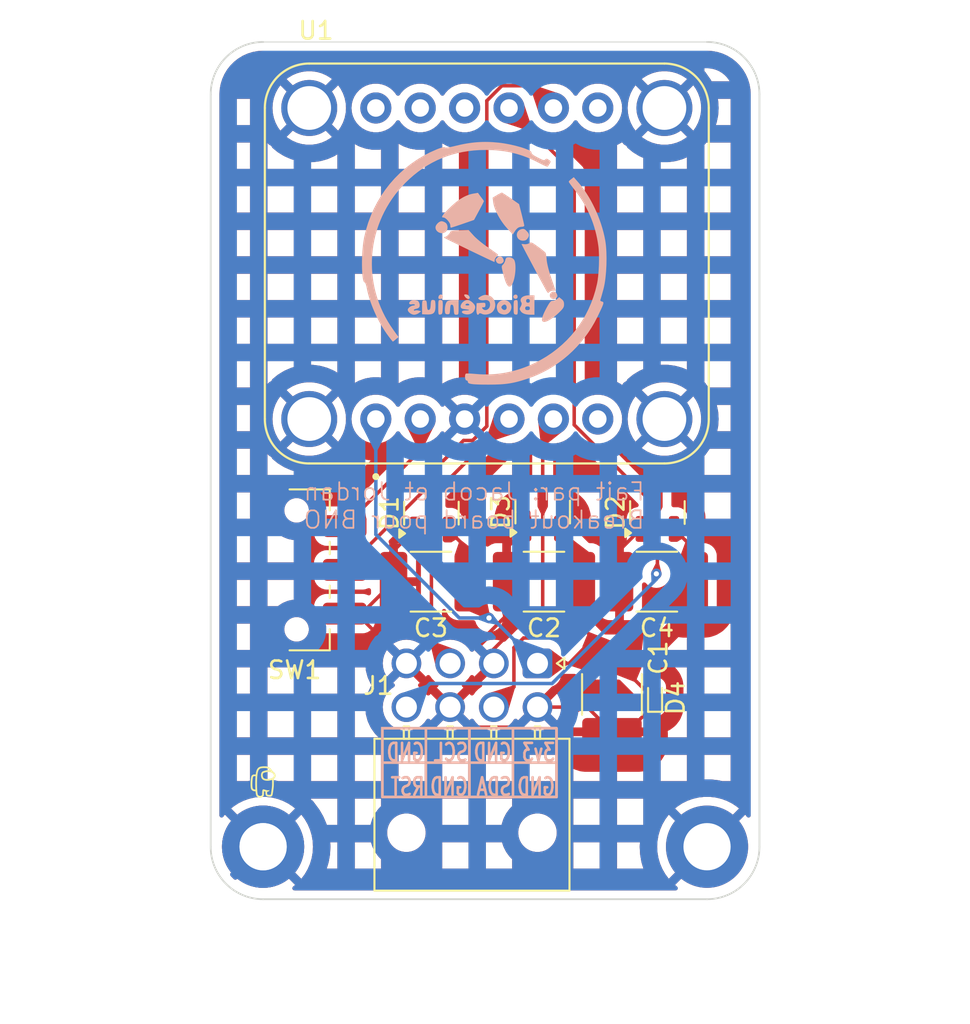
<source format=kicad_pcb>
(kicad_pcb (version 20240108) (generator "pcbnew") (generator_version "8.0")
  (layers (0 "F.Cu" signal) (31 "B.Cu" signal) (34 "B.Paste" user) (35 "F.Paste" user) (36 "B.SilkS" user "B.Silkscreen") (37 "F.SilkS" user "F.Silkscreen") (38 "B.Mask" user) (39 "F.Mask" user) (44 "Edge.Cuts" user))
  (net 0 "")
  (net 1 "/3V3")
  (net 2 "GND")
  (net 3 "/SDA")
  (net 4 "/SCL")
  (net 5 "/RST")
  (net 6 "Net-(SW1-B)")
  (net 7 "Net-(SW1-A)")
  (footprint "Button_Switch_SMD:SW_SPDT_CK_JS102011SAQN" (layer "F.Cu") (at 112.015 82.175 -90)
    (property "Reference" "SW1")
    (property "Value" "SW_SPDT")
  )
  (footprint "Capacitor_SMD:C_1812_4532Metric_Pad1.57x3.40mm_HandSolder" (layer "F.Cu") (at 126.17 82.85 180)
    (property "Reference" "C2")
    (property "Value" "1n")
  )
  (footprint "Molex:Molex_Nano-Fit_105314-xx08_2x04_P2.50mm_Horizontal" (layer "F.Cu") (at 125.8 87.52 -90)
    (property "Reference" "J1")
    (property "Value" "Conn_02x04_Counter_Clockwise")
  )
  (footprint "Capacitor_SMD:C_1812_4532Metric_Pad1.57x3.40mm_HandSolder" (layer "F.Cu") (at 119.7 82.85 180)
    (property "Reference" "C3")
    (property "Value" "1n")
  )
  (footprint "Package_TO_SOT_SMD:SOT-23" (layer "F.Cu") (at 132.66 78.8975 90)
    (property "Reference" "D2")
    (property "Value" "BAV99")
  )
  (footprint "Package_TO_SOT_SMD:SOT-23" (layer "F.Cu") (at 119.73 78.9325 90)
    (property "Reference" "D1")
    (property "Value" "BAV99")
  )
  (footprint "Capacitor_SMD:C_1812_4532Metric_Pad1.57x3.40mm_HandSolder" (layer "F.Cu") (at 130.06 89.295 -90)
    (property "Reference" "C1")
    (property "Value" "4.7uF")
  )
  (footprint "Package_TO_SOT_SMD:SOT-23" (layer "F.Cu") (at 126.0975 78.87 90)
    (property "Reference" "D3")
    (property "Value" "BAV99")
  )
  (footprint "MountingHole:MountingHole_2.7mm_M2.5_DIN965_Pad" (layer "F.Cu") (at 135.499999 97.999999)
    (property "Reference" "REF**" (hide yes))
    (property "Value" "MountingHole_2.7mm_M2.5_DIN965_Pad")
  )
  (footprint "" (layer "F.Cu") (at 110.100001 97.999999)
    (property "Reference" "")
    (property "Value" "")
  )
  (footprint "MountingHole:MountingHole_2.7mm_M2.5_DIN965_Pad" (layer "F.Cu") (at 110.100001 97.999999)
    (property "Reference" "REF**" (hide yes))
    (property "Value" "MountingHole_2.7mm_M2.5_DIN965_Pad")
  )
  (footprint "Biogenius:MODULE_4754" (layer "F.Cu") (at 122.9 64.6625)
    (property "Reference" "U1")
    (property "Value" "4754")
  )
  (footprint "Diode_SMD:D_SOD-923" (layer "F.Cu") (at 132.5275 89.4275 90)
    (property "Reference" "D4")
    (property "Value" "ESD9B3.3ST5G")
  )
  (footprint "Capacitor_SMD:C_1812_4532Metric_Pad1.57x3.40mm_HandSolder" (layer "F.Cu") (at 132.63 82.85 180)
    (property "Reference" "C4")
    (property "Value" "1n")
  )
  (gr_poly (pts (xy 120.298463 62.246951) (xy 120.284161 62.248709) (xy 120.269643 62.251578) (xy 120.254954 62.255512) (xy 120.240141 62.260461) (xy 120.22525 62.266377) (xy 120.210328 62.273211) (xy 120.195422 62.280916) (xy 120.180578 62.289442) (xy 120.165843 62.298742) (xy 120.136883 62.319467) (xy 120.108916 62.342703) (xy 120.082313 62.368063) (xy 120.057447 62.39516) (xy 120.034688 62.423605) (xy 120.01441 62.453011) (xy 119.996985 62.482991) (xy 119.989458 62.498075) (xy 119.982784 62.513158) (xy 119.97701 62.528189) (xy 119.972181 62.543122) (xy 119.968344 62.557908) (xy 119.965545 62.572498) (xy 119.963832 62.586843) (xy 119.963251 62.600896) (xy 119.96435 62.626345) (xy 119.967581 62.651069) (xy 119.972843 62.675026) (xy 119.980035 62.698172) (xy 119.989057 62.720466) (xy 119.999807 62.741864) (xy 120.012184 62.762325) (xy 120.026089 62.781805) (xy 120.04142 62.800262) (xy 120.058077 62.817653) (xy 120.075958 62.833936) (xy 120.094964 62.849067) (xy 120.114992 62.863005) (xy 120.135943 62.875706) (xy 120.157716 62.887129) (xy 120.180209 62.89723) (xy 120.203323 62.905966) (xy 120.226955 62.913296) (xy 120.251007 62.919176) (xy 120.275376 62.923564) (xy 120.299963 62.926417) (xy 120.324665 62.927693) (xy 120.349383 62.927349) (xy 120.374016 62.925342) (xy 120.398463 62.92163) (xy 120.422623 62.916169) (xy 120.446396 62.908918) (xy 120.46968 62.899834) (xy 120.492375 62.888875) (xy 120.51438 62.875996) (xy 120.535594 62.861157) (xy 120.555917 62.844313) (xy 120.568382 62.832418) (xy 120.579981 62.819597) (xy 120.590715 62.805915) (xy 120.600587 62.791438) (xy 120.609598 62.776233) (xy 120.617751 62.760365) (xy 120.625047 62.7439) (xy 120.631489 62.726904) (xy 120.637078 62.709444) (xy 120.641816 62.691584) (xy 120.645706 62.67339) (xy 120.648749 62.654929) (xy 120.650947 62.636267) (xy 120.652302 62.617469) (xy 120.652815 62.598601) (xy 120.65249 62.57973) (xy 120.651328 62.56092) (xy 120.64933 62.542239) (xy 120.646499 62.523751) (xy 120.642837 62.505522) (xy 120.638345 62.48762) (xy 120.633026 62.470108) (xy 120.626882 62.453055) (xy 120.619913 62.436524) (xy 120.612124 62.420582) (xy 120.603514 62.405296) (xy 120.594087 62.39073) (xy 120.583843 62.376951) (xy 120.572786 62.364025) (xy 120.560917 62.352017) (xy 120.548238 62.340994) (xy 120.534751 62.331021) (xy 120.52243 62.322222) (xy 120.509357 62.313709) (xy 120.495648 62.305523) (xy 120.481421 62.2977) (xy 120.46679 62.290281) (xy 120.451872 62.283303) (xy 120.436784 62.276806) (xy 120.421641 62.270829) (xy 120.406561 62.265409) (xy 120.391659 62.260586) (xy 120.377051 62.256399) (xy 120.362854 62.252887) (xy 120.349184 62.250087) (xy 120.336158 62.248039) (xy 120.323891 62.246782) (xy 120.3125 62.246355)) (stroke (width -0.000001)) (fill solid) (layer "B.SilkS"))
  (gr_poly (pts (xy 120.957421 66.755222) (xy 120.925745 66.756311) (xy 120.894921 66.758098) (xy 120.865066 66.760559) (xy 120.836297 66.763671) (xy 120.808729 66.767411) (xy 120.782478 66.771756) (xy 120.757662 66.776682) (xy 120.734396 66.782166) (xy 120.712797 66.788185) (xy 120.69298 66.794716) (xy 120.675063 66.801735) (xy 120.65916 66.809219) (xy 120.64539 66.817145) (xy 120.63934 66.821266) (xy 120.633867 66.825489) (xy 120.628985 66.829811) (xy 120.624709 66.834229) (xy 120.608227 66.852276) (xy 120.592566 66.874423) (xy 120.577805 66.900306) (xy 120.56402 66.929562) (xy 120.55129 66.961825) (xy 120.539691 66.996731) (xy 120.529302 67.033916) (xy 120.520199 67.073016) (xy 120.51246 67.113666) (xy 120.506163 67.155502) (xy 120.501386 67.198159) (xy 120.498205 67.241275) (xy 120.496699 67.284483) (xy 120.496944 67.327419) (xy 120.499019 67.36972) (xy 120.503001 67.411022) (xy 120.505246 67.432802) (xy 120.508065 67.452559) (xy 120.511535 67.470378) (xy 120.513538 67.478588) (xy 120.515733 67.486345) (xy 120.51813 67.49366) (xy 120.520738 67.500544) (xy 120.523567 67.507008) (xy 120.526627 67.513061) (xy 120.529927 67.518716) (xy 120.533477 67.523982) (xy 120.537286 67.52887) (xy 120.541365 67.533391) (xy 120.545723 67.537555) (xy 120.55037 67.541373) (xy 120.555315 67.544856) (xy 120.560568 67.548015) (xy 120.566139 67.55086) (xy 120.572038 67.553401) (xy 120.578273 67.55565) (xy 120.584856 67.557616) (xy 120.591795 67.559312) (xy 120.599101 67.560747) (xy 120.606782 67.561931) (xy 120.614849 67.562877) (xy 120.632179 67.564093) (xy 120.651167 67.564479) (xy 120.672714 67.564178) (xy 120.691826 67.563063) (xy 120.708675 67.560816) (xy 120.723432 67.55712) (xy 120.730078 67.554629) (xy 120.736266 67.551657) (xy 120.742015 67.548163) (xy 120.747348 67.544108) (xy 120.752285 67.539453) (xy 120.756848 67.534157) (xy 120.761059 67.528181) (xy 120.764938 67.521484) (xy 120.768508 67.514029) (xy 120.771788 67.505774) (xy 120.777568 67.486706) (xy 120.782449 67.463965) (xy 120.786601 67.437231) (xy 120.790195 67.406188) (xy 120.793402 67.370517) (xy 120.799334 67.284021) (xy 120.802325 67.242505) (xy 120.805401 67.205152) (xy 120.808647 67.171783) (xy 120.810361 67.156537) (xy 120.81215 67.142221) (xy 120.814023 67.128811) (xy 120.815993 67.116285) (xy 120.818069 67.104623) (xy 120.820263 67.0938) (xy 120.822584 67.083795) (xy 120.825044 67.074585) (xy 120.827653 67.066149) (xy 120.830422 67.058463) (xy 120.833362 67.051507) (xy 120.836483 67.045256) (xy 120.839795 67.03969) (xy 120.843311 67.034785) (xy 120.847039 67.03052) (xy 120.850991 67.026872) (xy 120.855178 67.023819) (xy 120.859609 67.021339) (xy 120.864297 67.019409) (xy 120.869251 67.018007) (xy 120.874482 67.017111) (xy 120.880001 67.016699) (xy 120.885818 67.016747) (xy 120.891945 67.017235) (xy 120.898391 67.018139) (xy 120.905168 67.019437) (xy 120.917576 67.022184) (xy 120.929032 67.026527) (xy 120.939572 67.032576) (xy 120.949237 67.040439) (xy 120.958065 67.050224) (xy 120.966094 67.062039) (xy 120.973363 67.075995) (xy 120.979912 67.092198) (xy 120.985778 67.110757) (xy 120.991002 67.131782) (xy 120.99562 67.15538) (xy 120.999673 67.18166) (xy 121.003199 67.21073) (xy 121.006236 67.2427) (xy 121.008824 67.277677) (xy 121.011001 67.31577) (xy 121.013944 67.360719) (xy 121.016933 67.40052) (xy 121.02014 67.435484) (xy 121.023734 67.465922) (xy 121.025729 67.47954) (xy 121.027886 67.492143) (xy 121.030224 67.503769) (xy 121.032767 67.514457) (xy 121.035534 67.524246) (xy 121.038547 67.533174) (xy 121.041827 67.541281) (xy 121.045396 67.548605) (xy 121.049276 67.555184) (xy 121.053486 67.561059) (xy 121.05805 67.566266) (xy 121.062987 67.570846) (xy 121.06832 67.574837) (xy 121.074069 67.578277) (xy 121.080256 67.581206) (xy 121.086903 67.583662) (xy 121.09403 67.585684) (xy 121.101659 67.58731) (xy 121.109811 67.58858) (xy 121.118508 67.589532) (xy 121.127771 67.590205) (xy 121.137621 67.590638) (xy 121.159167 67.590938) (xy 121.18065 67.590719) (xy 121.199568 67.589687) (xy 121.216082 67.587275) (xy 121.230357 67.582917) (xy 121.236705 67.579832) (xy 121.242554 67.576048) (xy 121.247924 67.571495) (xy 121.252836 67.566102) (xy 121.25731 67.559798) (xy 121.261366 67.552512) (xy 121.268308 67.534714) (xy 121.273823 67.51214) (xy 121.278075 67.484226) (xy 121.281226 67.450405) (xy 121.283439 67.410112) (xy 121.285702 67.307844) (xy 121.286167 67.172896) (xy 121.286167 66.754854) (xy 120.989834 66.754854)) (stroke (width -0.000001)) (fill solid) (layer "B.SilkS"))
  (gr_poly (pts (xy 124.138448 64.310376) (xy 124.114728 64.311283) (xy 124.093489 64.312965) (xy 124.083742 64.31414) (xy 124.074545 64.315562) (xy 124.065875 64.317247) (xy 124.057709 64.319213) (xy 124.050023 64.321477) (xy 124.042795 64.324057) (xy 124.036001 64.326971) (xy 124.029617 64.330235) (xy 124.023621 64.333868) (xy 124.01799 64.337886) (xy 124.0127 64.342307) (xy 124.007727 64.347149) (xy 124.003049 64.352429) (xy 123.998642 64.358164) (xy 123.994484 64.364372) (xy 123.99055 64.37107) (xy 123.986817 64.378276) (xy 123.983263 64.386007) (xy 123.979864 64.394281) (xy 123.976597 64.403114) (xy 123.970365 64.422532) (xy 123.964381 64.444399) (xy 123.958459 64.468854) (xy 123.954066 64.486008) (xy 123.948868 64.503643) (xy 123.942925 64.521619) (xy 123.9363 64.539796) (xy 123.929055 64.558035) (xy 123.921252 64.576197) (xy 123.912952 64.594141) (xy 123.904219 64.611729) (xy 123.895114 64.628821) (xy 123.885698 64.645278) (xy 123.876035 64.660959) (xy 123.866185 64.675726) (xy 123.856212 64.689438) (xy 123.846176 64.701957) (xy 123.836141 64.713142) (xy 123.826167 64.722855) (xy 123.808559 64.738986) (xy 123.793446 64.754171) (xy 123.780844 64.769201) (xy 123.77077 64.784866) (xy 123.763238 64.801958) (xy 123.758264 64.821267) (xy 123.755864 64.843584) (xy 123.756053 64.869698) (xy 123.758846 64.900402) (xy 123.764259 64.936485) (xy 123.772307 64.978738) (xy 123.783007 65.027952) (xy 123.812421 65.150425) (xy 123.852626 65.310229) (xy 123.878482 65.408578) (xy 123.904447 65.499231) (xy 123.917465 65.541668) (xy 123.930504 65.582178) (xy 123.943563 65.62076) (xy 123.95664 65.657412) (xy 123.969732 65.692135) (xy 123.982837 65.724926) (xy 123.995954 65.755786) (xy 124.009081 65.784712) (xy 124.022216 65.811704) (xy 124.035356 65.836762) (xy 124.0485 65.859883) (xy 124.061646 65.881068) (xy 124.074792 65.900315) (xy 124.087937 65.917622) (xy 124.101077 65.932991) (xy 124.114212 65.946418) (xy 124.127338 65.957903) (xy 124.140455 65.967446) (xy 124.153561 65.975046) (xy 124.166653 65.9807) (xy 124.179729 65.984409) (xy 124.192788 65.986171) (xy 124.205828 65.985986) (xy 124.218846 65.983853) (xy 124.231841 65.979769) (xy 124.244811 65.973736) (xy 124.257754 65.965751) (xy 124.270667 65.955813) (xy 124.293606 65.933884) (xy 124.315764 65.907011) (xy 124.337107 65.87552) (xy 124.357597 65.839738) (xy 124.395881 65.756604) (xy 124.430327 65.660224) (xy 124.460649 65.553208) (xy 124.486561 65.43817) (xy 124.507776 65.317721) (xy 124.524006 65.194474) (xy 124.534965 65.071041) (xy 124.540367 64.950035) (xy 124.539923 64.834066) (xy 124.533349 64.725748) (xy 124.520356 64.627694) (xy 124.500658 64.542514) (xy 124.488205 64.505569) (xy 124.473969 64.472822) (xy 124.457912 64.4446) (xy 124.44 64.421229) (xy 124.427667 64.408645) (xy 124.414503 64.396704) (xy 124.400549 64.385429) (xy 124.385844 64.374845) (xy 124.370425 64.364973) (xy 124.354331 64.355838) (xy 124.337602 64.347463) (xy 124.320277 64.33987) (xy 124.302393 64.333084) (xy 124.283989 64.327127) (xy 124.265105 64.322023) (xy 124.24578 64.317794) (xy 124.226051 64.314465) (xy 124.205958 64.312058) (xy 124.185539 64.310597) (xy 124.164834 64.310105)) (stroke (width -0.000001)) (fill solid) (layer "B.SilkS"))
  (gr_poly (pts (xy 122.116959 60.669438) (xy 122.034716 60.686438) (xy 121.952628 60.707709) (xy 121.870602 60.733306) (xy 121.788545 60.763282) (xy 121.706364 60.797692) (xy 121.623966 60.83659) (xy 121.541257 60.880031) (xy 121.458146 60.928068) (xy 121.374539 60.980756) (xy 121.290343 61.038149) (xy 121.205464 61.100301) (xy 121.11981 61.167268) (xy 121.033289 61.239102) (xy 120.945806 61.315858) (xy 120.857268 61.397591) (xy 120.767584 61.484354) (xy 120.69041 61.56117) (xy 120.621484 61.631064) (xy 120.56062 61.694307) (xy 120.533153 61.723519) (xy 120.507631 61.75117) (xy 120.484032 61.777294) (xy 120.462331 61.801926) (xy 120.442507 61.825097) (xy 120.424535 61.846844) (xy 120.408393 61.867199) (xy 120.394056 61.886197) (xy 120.381503 61.903871) (xy 120.370709 61.920256) (xy 120.361651 61.935384) (xy 120.354307 61.949291) (xy 120.348652 61.96201) (xy 120.344664 61.973575) (xy 120.343287 61.978936) (xy 120.342319 61.98402) (xy 120.341756 61.988833) (xy 120.341594 61.993379) (xy 120.341832 61.997662) (xy 120.342466 62.001686) (xy 120.343494 62.005455) (xy 120.344912 62.008974) (xy 120.346717 62.012247) (xy 120.348908 62.015278) (xy 120.35148 62.018071) (xy 120.354431 62.020631) (xy 120.357757 62.022961) (xy 120.361457 62.025067) (xy 120.365527 62.026952) (xy 120.369965 62.028621) (xy 120.379929 62.031326) (xy 120.391328 62.033217) (xy 120.404137 62.034326) (xy 120.418334 62.034688) (xy 120.431096 62.035543) (xy 120.444532 62.038052) (xy 120.458571 62.042135) (xy 120.473142 62.04771) (xy 120.488174 62.054696) (xy 120.503596 62.063012) (xy 120.535329 62.083305) (xy 120.567775 62.107939) (xy 120.600369 62.136263) (xy 120.632544 62.167626) (xy 120.663735 62.201375) (xy 120.693375 62.236862) (xy 120.720899 62.273433) (xy 120.745742 62.310438) (xy 120.767336 62.347227) (xy 120.785117 62.383147) (xy 120.7924 62.400578) (xy 120.798518 62.417548) (xy 120.803399 62.433975) (xy 120.806973 62.449779) (xy 120.80917 62.464877) (xy 120.809917 62.479188) (xy 120.810101 62.492941) (xy 120.810641 62.50637) (xy 120.811522 62.519395) (xy 120.812729 62.531939) (xy 120.814245 62.543926) (xy 120.816057 62.555276) (xy 120.818147 62.565914) (xy 120.820501 62.575761) (xy 120.823103 62.58474) (xy 120.824492 62.588879) (xy 120.825937 62.592773) (xy 120.827437 62.59641) (xy 120.828989 62.599783) (xy 120.830591 62.60288) (xy 120.832242 62.605692) (xy 120.833939 62.608209) (xy 120.835681 62.610423) (xy 120.837465 62.612322) (xy 120.83929 62.613898) (xy 120.841154 62.61514) (xy 120.843055 62.61604) (xy 120.844991 62.616587) (xy 120.846959 62.616771) (xy 120.869345 62.612213) (xy 120.914924 62.59916) (xy 121.06524 62.551287) (xy 121.277072 62.480593) (xy 121.529584 62.394521) (xy 122.169875 62.172271) (xy 122.455625 61.643104) (xy 122.513255 61.538067) (xy 122.566419 61.438797) (xy 122.614127 61.347588) (xy 122.655385 61.266735) (xy 122.689202 61.198532) (xy 122.714586 61.145275) (xy 122.730544 61.109256) (xy 122.734678 61.098429) (xy 122.736083 61.092771) (xy 122.73074 61.084266) (xy 122.719134 61.067388) (xy 122.67986 61.012735) (xy 122.623719 60.937246) (xy 122.591028 60.894323) (xy 122.556167 60.849354) (xy 122.392125 60.621813)) (stroke (width -0.000001)) (fill solid) (layer "B.SilkS"))
  (gr_poly (pts (xy 126.921792 66.691354) (xy 126.909348 66.702135) (xy 126.895912 66.712614) (xy 126.881608 66.722736) (xy 126.86656 66.732448) (xy 126.850892 66.741694) (xy 126.834727 66.750421) (xy 126.818191 66.758574) (xy 126.801406 66.766099) (xy 126.784498 66.772943) (xy 126.767589 66.77905) (xy 126.750805 66.784366) (xy 126.734268 66.788837) (xy 126.718104 66.792409) (xy 126.702436 66.795028) (xy 126.687388 66.796639) (xy 126.673084 66.797188) (xy 126.65195 66.797927) (xy 126.632011 66.800371) (xy 126.612971 66.804862) (xy 126.594535 66.81174) (xy 126.57641 66.821347) (xy 126.5583 66.834023) (xy 126.539911 66.85011) (xy 126.520948 66.869948) (xy 126.501117 66.89388) (xy 126.480124 66.922245) (xy 126.457673 66.955385) (xy 126.43347 66.993641) (xy 126.407221 67.037354) (xy 126.378631 67.086865) (xy 126.31325 67.204646) (xy 126.266057 67.294019) (xy 126.223685 67.377648) (xy 126.186119 67.455619) (xy 126.153343 67.528017) (xy 126.125342 67.594926) (xy 126.113127 67.626349) (xy 126.1021 67.656433) (xy 126.09226 67.685187) (xy 126.083603 67.712622) (xy 126.076128 67.738749) (xy 126.069834 67.763579) (xy 126.064717 67.787122) (xy 126.060777 67.809389) (xy 126.058012 67.83039) (xy 126.056418 67.850137) (xy 126.055996 67.868639) (xy 126.056741 67.885909) (xy 126.058654 67.901955) (xy 126.061731 67.916789) (xy 126.065971 67.930422) (xy 126.071371 67.942864) (xy 126.07793 67.954126) (xy 126.085647 67.964218) (xy 126.094518 67.973151) (xy 126.104542 67.980936) (xy 126.115718 67.987584) (xy 126.128042 67.993105) (xy 126.142156 67.997715) (xy 126.157675 68.000655) (xy 126.174543 68.001959) (xy 126.19271 68.001662) (xy 126.232722 67.996407) (xy 126.277283 67.985167) (xy 126.325969 67.968222) (xy 126.378352 67.945851) (xy 126.434006 67.918333) (xy 126.492505 67.885948) (xy 126.553423 67.848973) (xy 126.616332 67.807689) (xy 126.680808 67.762374) (xy 126.746423 67.713307) (xy 126.812751 67.660767) (xy 126.879366 67.605034) (xy 126.945841 67.546387) (xy 127.01175 67.485104) (xy 127.058799 67.439581) (xy 127.100902 67.397988) (xy 127.138324 67.359914) (xy 127.171327 67.324948) (xy 127.200175 67.29268) (xy 127.225133 67.262699) (xy 127.246462 67.234593) (xy 127.255849 67.221116) (xy 127.264427 67.207953) (xy 127.272231 67.195054) (xy 127.279292 67.182367) (xy 127.285644 67.16984) (xy 127.29132 67.157424) (xy 127.296352 67.145065) (xy 127.300774 67.132713) (xy 127.304618 67.120317) (xy 127.307918 67.107825) (xy 127.310706 67.095185) (xy 127.313016 67.082347) (xy 127.316331 67.055869) (xy 127.318127 67.027981) (xy 127.318667 66.99827) (xy 127.318225 66.971338) (xy 127.316868 66.946026) (xy 127.314551 66.922217) (xy 127.311225 66.899796) (xy 127.30917 66.88907) (xy 127.306846 66.878646) (xy 127.304246 66.868512) (xy 127.301365 66.858652) (xy 127.298198 66.849051) (xy 127.294738 66.839696) (xy 127.29098 66.830571) (xy 127.286917 66.821662) (xy 127.282544 66.812955) (xy 127.277855 66.804434) (xy 127.272845 66.796086) (xy 127.267507 66.787897) (xy 127.261836 66.77985) (xy 127.255826 66.771933) (xy 127.24947 66.764129) (xy 127.242764 66.756426) (xy 127.235702 66.748808) (xy 127.228277 66.74126) (xy 127.212317 66.726319) (xy 127.194837 66.711487) (xy 127.175792 66.696647) (xy 127.038209 66.585521)) (stroke (width -0.000001)) (fill solid) (layer "B.SilkS"))
  (gr_poly (pts (xy 118.700648 66.751361) (xy 118.67473 66.753531) (xy 118.662234 66.755221) (xy 118.650051 66.757314) (xy 118.638182 66.75981) (xy 118.626629 66.762709) (xy 118.615394 66.766011) (xy 118.604478 66.769717) (xy 118.593884 66.773825) (xy 118.583614 66.778336) (xy 118.573669 66.783251) (xy 118.564051 66.788568) (xy 118.554764 66.794289) (xy 118.545807 66.800412) (xy 118.537184 66.806939) (xy 118.528896 66.813869) (xy 118.520945 66.821202) (xy 118.513334 66.828938) (xy 118.50341 66.83881) (xy 118.494465 66.84857) (xy 118.486488 66.858198) (xy 118.479465 66.867675) (xy 118.473384 66.876981) (xy 118.468232 66.886097) (xy 118.463997 66.895004) (xy 118.460665 66.903683) (xy 118.458225 66.912113) (xy 118.456664 66.920276) (xy 118.455969 66.928152) (xy 118.456128 66.935722) (xy 118.457128 66.942966) (xy 118.458956 66.949866) (xy 118.4616 66.956401) (xy 118.465048 66.962552) (xy 118.469286 66.9683) (xy 118.474302 66.973626) (xy 118.480083 66.97851) (xy 118.486617 66.982933) (xy 118.493892 66.986875) (xy 118.501894 66.990318) (xy 118.510612 66.993241) (xy 118.520031 66.995625) (xy 118.530141 66.997451) (xy 118.540928 66.9987) (xy 118.55238 66.999351) (xy 118.564483 66.999387) (xy 118.577227 66.998787) (xy 118.590597 66.997532) (xy 118.604581 66.995602) (xy 118.619167 66.992979) (xy 118.632984 66.99124) (xy 118.646608 66.989982) (xy 118.659967 66.989189) (xy 118.672994 66.988845) (xy 118.685617 66.988936) (xy 118.697767 66.989445) (xy 118.709375 66.990357) (xy 118.720371 66.991657) (xy 118.730684 66.993328) (xy 118.740245 66.995357) (xy 118.748985 66.997726) (xy 118.756833 67.000421) (xy 118.763721 67.003426) (xy 118.766782 67.00504) (xy 118.769577 67.006725) (xy 118.772097 67.008481) (xy 118.774332 67.010304) (xy 118.776276 67.012193) (xy 118.777918 67.014146) (xy 118.779267 67.016611) (xy 118.780342 67.019041) (xy 118.781148 67.021435) (xy 118.78169 67.023789) (xy 118.781971 67.0261) (xy 118.781998 67.028366) (xy 118.781775 67.030584) (xy 118.781307 67.03275) (xy 118.780599 67.034861) (xy 118.779655 67.036916) (xy 118.77848 67.038911) (xy 118.77708 67.040842) (xy 118.775459 67.042708) (xy 118.773622 67.044505) (xy 118.771573 67.04623) (xy 118.769318 67.04788) (xy 118.766862 67.049453) (xy 118.764209 67.050946) (xy 118.758332 67.053678) (xy 118.751726 67.056054) (xy 118.744431 67.05805) (xy 118.736485 67.059643) (xy 118.727926 67.06081) (xy 118.718793 67.061527) (xy 118.709126 67.061771) (xy 118.69653 67.062199) (xy 118.683581 67.063458) (xy 118.670328 67.065512) (xy 118.656819 67.068323) (xy 118.643105 67.071856) (xy 118.629236 67.076072) (xy 118.615259 67.080936) (xy 118.601226 67.08641) (xy 118.587184 67.092458) (xy 118.573185 67.099042) (xy 118.545508 67.113675) (xy 118.518591 67.130012) (xy 118.492829 67.14776) (xy 118.468617 67.166625) (xy 118.446351 67.186311) (xy 118.436071 67.19637) (xy 118.426426 67.206524) (xy 118.417465 67.216736) (xy 118.409237 67.22697) (xy 118.401792 67.237188) (xy 118.39518 67.247354) (xy 118.389449 67.25743) (xy 118.384649 67.267381) (xy 118.38083 67.277169) (xy 118.378041 67.286757) (xy 118.376331 67.296109) (xy 118.37575 67.305188) (xy 118.376332 67.317181) (xy 118.378049 67.329326) (xy 118.380856 67.341587) (xy 118.384711 67.353929) (xy 118.38957 67.366318) (xy 118.395389 67.378718) (xy 118.402124 67.391095) (xy 118.409733 67.403414) (xy 118.427395 67.427738) (xy 118.448025 67.451411) (xy 118.471276 67.474154) (xy 118.496798 67.495688) (xy 118.524242 67.515733) (xy 118.553259 67.534011) (xy 118.583502 67.550242) (xy 118.61462 67.564149) (xy 118.646265 67.57545) (xy 118.662176 67.580037) (xy 118.678089 67.583868) (xy 118.693958 67.586909) (xy 118.709742 67.589124) (xy 118.725395 67.590478) (xy 118.740875 67.590938) (xy 118.757163 67.59039) (xy 118.774186 67.588788) (xy 118.791814 67.586194) (xy 118.809915 67.582669) (xy 118.828357 67.578277) (xy 118.847009 67.573078) (xy 118.865738 67.567136) (xy 118.884412 67.560511) (xy 118.902901 67.553266) (xy 118.921071 67.545463) (xy 118.938793 67.537164) (xy 118.955932 67.52843) (xy 118.972359 67.519325) (xy 118.98794 67.50991) (xy 119.002545 67.500246) (xy 119.016042 67.490397) (xy 119.143042 67.389855) (xy 119.000168 67.352812) (xy 118.985237 67.349091) (xy 118.970268 67.345857) (xy 118.955345 67.343104) (xy 118.940554 67.340824) (xy 118.925979 67.339009) (xy 118.911708 67.337651) (xy 118.897824 67.336743) (xy 118.884412 67.336277) (xy 118.871559 67.336244) (xy 118.859349 67.336638) (xy 118.847868 67.337451) (xy 118.8372 67.338674) (xy 118.827432 67.340301) (xy 118.818648 67.342322) (xy 118.810934 67.344732) (xy 118.804375 67.347521) (xy 118.801865 67.349412) (xy 118.799298 67.351121) (xy 118.796681 67.35265) (xy 118.794019 67.354001) (xy 118.791319 67.355177) (xy 118.788586 67.356183) (xy 118.785825 67.357019) (xy 118.783043 67.35769) (xy 118.780246 67.358198) (xy 118.777439 67.358547) (xy 118.774628 67.358738) (xy 118.771819 67.358776) (xy 118.769018 67.358662) (xy 118.766231 67.3584) (xy 118.763462 67.357992) (xy 118.760719 67.357442) (xy 118.758007 67.356753) (xy 118.755332 67.355927) (xy 118.752699 67.354967) (xy 118.750115 67.353877) (xy 118.747585 67.352659) (xy 118.745115 67.351315) (xy 118.742711 67.34985) (xy 118.740379 67.348265) (xy 118.738124 67.346564) (xy 118.735953 67.34475) (xy 118.733871 67.342825) (xy 118.731884 67.340793) (xy 118.729997 67.338656) (xy 118.728217 67.336417) (xy 118.726549 67.33408) (xy 118.725 67.331647) (xy 118.723727 67.329151) (xy 118.72288 67.326627) (xy 118.72245 67.324079) (xy 118.722427 67.321508) (xy 118.722803 67.318917) (xy 118.72357 67.31631) (xy 118.724719 67.31369) (xy 118.726241 67.311058) (xy 118.730369 67.305776) (xy 118.735884 67.300485) (xy 118.742717 67.295211) (xy 118.750798 67.289974) (xy 118.760057 67.2848) (xy 118.770424 67.279711) (xy 118.781831 67.274731) (xy 118.794206 67.269883) (xy 118.80748 67.265189) (xy 118.821584 67.260674) (xy 118.836448 67.25636) (xy 118.852001 67.252271) (xy 118.868791 67.24893) (xy 118.885363 67.244892) (xy 118.901626 67.240202) (xy 118.917485 67.234908) (xy 118.932849 67.229055) (xy 118.947623 67.222691) (xy 118.961715 67.215862) (xy 118.975032 67.208614) (xy 118.987481 67.200995) (xy 118.993351 67.19706) (xy 118.998969 67.19305) (xy 119.004323 67.188969) (xy 119.009402 67.184825) (xy 119.014195 67.180623) (xy 119.018688 67.176368) (xy 119.022872 67.172067) (xy 119.026734 67.167726) (xy 119.030263 67.163349) (xy 119.033447 67.158943) (xy 119.036274 67.154514) (xy 119.038733 67.150068) (xy 119.040813 67.14561) (xy 119.0425 67.141146) (xy 119.046627 67.129015) (xy 119.050085 67.116467) (xy 119.052891 67.103548) (xy 119.055058 67.090307) (xy 119.056601 67.07679) (xy 119.057535 67.063046) (xy 119.057873 67.049122) (xy 119.057632 67.035065) (xy 119.056824 67.020922) (xy 119.055465 67.006742) (xy 119.05357 66.992572) (xy 119.051152 66.978458) (xy 119.048226 66.96445) (xy 119.044807 66.950593) (xy 119.04091 66.936936) (xy 119.036548 66.923526) (xy 119.031737 66.910411) (xy 119.02649 66.897638) (xy 119.020824 66.885254) (xy 119.014751 66.873307) (xy 119.008287 66.861845) (xy 119.001445 66.850914) (xy 118.994242 66.840563) (xy 118.98669 66.830839) (xy 118.978806 66.82179) (xy 118.970602 66.813462) (xy 118.962095 66.805903) (xy 118.953297 66.799162) (xy 118.944224 66.793284) (xy 118.934891 66.788319) (xy 118.925312 66.784312) (xy 118.915501 66.781313) (xy 118.881335 66.772197) (xy 118.848301 66.764694) (xy 118.816414 66.758802) (xy 118.785689 66.754524) (xy 118.756143 66.751857) (xy 118.727791 66.750803)) (stroke (width -0.000001)) (fill solid) (layer "B.SilkS"))
  (gr_poly (pts (xy 124.589779 66.750885) (xy 124.581025 66.751401) (xy 124.571677 66.752281) (xy 124.551125 66.754854) (xy 124.531505 66.758036) (xy 124.514218 66.761954) (xy 124.499117 66.767098) (xy 124.486054 66.773954) (xy 124.474883 66.783011) (xy 124.465456 66.794759) (xy 124.457626 66.809684) (xy 124.451245 66.828276) (xy 124.446167 66.851023) (xy 124.442243 66.878413) (xy 124.439327 66.910934) (xy 124.437272 66.949075) (xy 124.435153 67.04417) (xy 124.434709 67.167604) (xy 124.434795 67.233108) (xy 124.435153 67.291039) (xy 124.43593 67.341884) (xy 124.437272 67.386134) (xy 124.438201 67.405937) (xy 124.439327 67.424275) (xy 124.440668 67.441207) (xy 124.442243 67.456796) (xy 124.44407 67.471102) (xy 124.446167 67.484186) (xy 124.448552 67.496109) (xy 124.451245 67.506932) (xy 124.454264 67.516717) (xy 124.457626 67.525524) (xy 124.461351 67.533415) (xy 124.465456 67.54045) (xy 124.469961 67.54669) (xy 124.474883 67.552197) (xy 124.480242 67.557031) (xy 124.486054 67.561255) (xy 124.49234 67.564927) (xy 124.499117 67.568111) (xy 124.506404 67.570866) (xy 124.514218 67.573254) (xy 124.522579 67.575336) (xy 124.531505 67.577172) (xy 124.551125 67.580354) (xy 124.571677 67.582928) (xy 124.589779 67.584323) (xy 124.605587 67.583982) (xy 124.619256 67.581346) (xy 124.625336 67.578994) (xy 124.63094 67.575858) (xy 124.636086 67.57187) (xy 124.640794 67.56696) (xy 124.645084 67.561057) (xy 124.648975 67.554092) (xy 124.655636 67.536698) (xy 124.660933 67.514219) (xy 124.66502 67.486096) (xy 124.668054 67.451773) (xy 124.670188 67.41069) (xy 124.672379 67.306014) (xy 124.672834 67.167604) (xy 124.672746 67.093903) (xy 124.672379 67.029194) (xy 124.671578 66.972918) (xy 124.670188 66.924518) (xy 124.669224 66.903097) (xy 124.668054 66.883436) (xy 124.666659 66.865464) (xy 124.66502 66.849112) (xy 124.663118 66.834311) (xy 124.660933 66.82099) (xy 124.658445 66.80908) (xy 124.655636 66.798511) (xy 124.652486 66.789213) (xy 124.648975 66.781116) (xy 124.645084 66.774152) (xy 124.640794 66.768249) (xy 124.636086 66.763338) (xy 124.633569 66.761233) (xy 124.63094 66.75935) (xy 124.625336 66.756215) (xy 124.619256 66.753862) (xy 124.612679 66.752223) (xy 124.605587 66.751227) (xy 124.59796 66.750804)) (stroke (width -0.000001)) (fill solid) (layer "B.SilkS"))
  (gr_rect (start 119.415 91.23) (end 121.905 95.16) (stroke (width 0.15)) (fill none) (layer "B.SilkS"))
  (gr_poly (pts (xy 123.852429 66.754665) (xy 123.821931 66.757948) (xy 123.791937 66.763319) (xy 123.762562 66.770717) (xy 123.733925 66.780082) (xy 123.706139 66.791351) (xy 123.679323 66.804464) (xy 123.653592 66.81936) (xy 123.629063 66.835977) (xy 123.605851 66.854256) (xy 123.584073 66.874134) (xy 123.563846 66.895551) (xy 123.545285 66.918445) (xy 123.528507 66.942756) (xy 123.513628 66.968423) (xy 123.500764 66.995384) (xy 123.490033 67.023578) (xy 123.481549 67.052945) (xy 123.475429 67.083423) (xy 123.471789 67.114952) (xy 123.470747 67.14747) (xy 123.472417 67.180916) (xy 123.476917 67.215229) (xy 123.484446 67.257175) (xy 123.493247 67.295803) (xy 123.503474 67.331268) (xy 123.515282 67.363726) (xy 123.521827 67.378876) (xy 123.528826 67.393332) (xy 123.536298 67.407113) (xy 123.544262 67.42024) (xy 123.552737 67.43273) (xy 123.561744 67.444605) (xy 123.571301 67.455883) (xy 123.581427 67.466583) (xy 123.592143 67.476725) (xy 123.603467 67.486329) (xy 123.615419 67.495413) (xy 123.628019 67.503997) (xy 123.641285 67.512101) (xy 123.655237 67.519743) (xy 123.669894 67.526943) (xy 123.685276 67.533721) (xy 123.718292 67.546088) (xy 123.75444 67.556996) (xy 123.793874 67.566603) (xy 123.83675 67.575062) (xy 123.874426 67.57929) (xy 123.911011 67.580176) (xy 123.946434 67.577879) (xy 123.980628 67.572561) (xy 124.013523 67.564383) (xy 124.045052 67.553505) (xy 124.075144 67.540089) (xy 124.103731 67.524295) (xy 124.130745 67.506284) (xy 124.156117 67.486218) (xy 124.179778 67.464255) (xy 124.201658 67.440559) (xy 124.22169 67.415289) (xy 124.239805 67.388606) (xy 124.255933 67.360671) (xy 124.270006 67.331646) (xy 124.281955 67.30169) (xy 124.291711 67.270965) (xy 124.299206 67.239631) (xy 124.30437 67.20785) (xy 124.307136 67.175781) (xy 124.307154 67.173794) (xy 124.035359 67.173794) (xy 124.035015 67.189188) (xy 124.033449 67.203922) (xy 124.030723 67.217958) (xy 124.026896 67.231257) (xy 124.022028 67.243782) (xy 124.01618 67.255495) (xy 124.009412 67.266358) (xy 124.001783 67.276334) (xy 123.993353 67.285384) (xy 123.984183 67.293471) (xy 123.974334 67.300558) (xy 123.963864 67.306605) (xy 123.952834 67.311576) (xy 123.941304 67.315433) (xy 123.929334 67.318138) (xy 123.916984 67.319653) (xy 123.904315 67.31994) (xy 123.891386 67.318962) (xy 123.878257 67.316681) (xy 123.864989 67.313058) (xy 123.851641 67.308057) (xy 123.838274 67.301639) (xy 123.824948 67.293767) (xy 123.811722 67.284403) (xy 123.798657 67.273509) (xy 123.785813 67.261047) (xy 123.77325 67.246979) (xy 123.763949 67.235429) (xy 123.755887 67.224531) (xy 123.749066 67.21419) (xy 123.74612 67.2092) (xy 123.743485 67.204315) (xy 123.741159 67.199523) (xy 123.739144 67.194812) (xy 123.737439 67.190171) (xy 123.736043 67.185587) (xy 123.734958 67.181051) (xy 123.734183 67.176549) (xy 123.733718 67.172071) (xy 123.733563 67.167604) (xy 123.733718 67.163137) (xy 123.734183 67.158659) (xy 123.734958 67.154157) (xy 123.736043 67.149621) (xy 123.737439 67.145038) (xy 123.739144 67.140397) (xy 123.741159 67.135686) (xy 123.743485 67.130893) (xy 123.74612 67.126008) (xy 123.749066 67.121018) (xy 123.755887 67.110678) (xy 123.763949 67.099779) (xy 123.77325 67.08823) (xy 123.780494 67.080362) (xy 123.788288 67.072665) (xy 123.796563 67.065184) (xy 123.805249 67.057968) (xy 123.814275 67.051061) (xy 123.823573 67.044511) (xy 123.833072 67.038364) (xy 123.842704 67.032667) (xy 123.852397 67.027466) (xy 123.862082 67.022807) (xy 123.87169 67.018738) (xy 123.881151 67.015304) (xy 123.890394 67.012552) (xy 123.899351 67.010529) (xy 123.907951 67.009281) (xy 123.916125 67.008855) (xy 123.919628 67.008962) (xy 123.923184 67.009281) (xy 123.926788 67.009805) (xy 123.930429 67.010529) (xy 123.934102 67.011446) (xy 123.937798 67.012552) (xy 123.94151 67.01384) (xy 123.94523 67.015304) (xy 123.952661 67.018738) (xy 123.96003 67.022807) (xy 123.967275 67.027466) (xy 123.974334 67.032667) (xy 123.981144 67.038364) (xy 123.987645 67.044511) (xy 123.993774 67.051061) (xy 123.999469 67.057968) (xy 124.004668 67.065184) (xy 124.009308 67.072665) (xy 124.0114 67.076489) (xy 124.013329 67.080362) (xy 124.015087 67.084277) (xy 124.016667 67.08823) (xy 124.023328 67.106362) (xy 124.028467 67.124022) (xy 124.032146 67.141172) (xy 124.034423 67.157776) (xy 124.035359 67.173794) (xy 124.307154 67.173794) (xy 124.307433 67.143587) (xy 124.305194 67.111428) (xy 124.30035 67.079465) (xy 124.292831 67.047858) (xy 124.282569 67.016768) (xy 124.269496 66.986357) (xy 124.253541 66.956785) (xy 124.234638 66.928213) (xy 124.212716 66.900801) (xy 124.187707 66.874712) (xy 124.159542 66.850104) (xy 124.1304 66.82915) (xy 124.1006 66.810894) (xy 124.070257 66.795275) (xy 124.039487 66.782233) (xy 124.008408 66.771706) (xy 123.977134 66.763633) (xy 123.945784 66.757954) (xy 123.914472 66.754606) (xy 123.883315 66.75353)) (stroke (width -0.000001)) (fill solid) (layer "B.SilkS"))
  (gr_poly (pts (xy 127.731417 59.838646) (xy 127.716732 59.849612) (xy 127.702488 59.86064) (xy 127.688757 59.871668) (xy 127.675606 59.882633) (xy 127.663107 59.893475) (xy 127.651329 59.904131) (xy 127.640341 59.914538) (xy 127.630214 59.924636) (xy 127.621017 59.934361) (xy 127.612819 59.943653) (xy 127.605692 59.952448) (xy 127.599704 59.960686) (xy 127.594925 59.968303) (xy 127.593011 59.971859) (xy 127.591425 59.975238) (xy 127.590177 59.97843) (xy 127.589274 59.981429) (xy 127.588726 59.984226) (xy 127.588542 59.986813) (xy 127.589257 59.992792) (xy 127.593275 60.002647) (xy 127.600425 60.01616) (xy 127.610535 60.033115) (xy 127.638957 60.076482) (xy 127.677177 60.131011) (xy 127.723831 60.194965) (xy 127.777554 60.26661) (xy 127.836981 60.344207) (xy 127.90075 60.426021) (xy 128.040904 60.607789) (xy 128.173664 60.791983) (xy 128.299075 60.978674) (xy 128.417184 61.16793) (xy 128.528037 61.359821) (xy 128.631682 61.554418) (xy 128.728165 61.751789) (xy 128.817531 61.952006) (xy 128.899829 62.155137) (xy 128.975103 62.361252) (xy 129.043401 62.570421) (xy 129.10477 62.782715) (xy 129.159255 62.998201) (xy 129.206903 63.216952) (xy 129.247761 63.439035) (xy 129.281875 63.664521) (xy 129.294471 63.775509) (xy 129.304509 63.897086) (xy 129.317098 64.165741) (xy 129.320012 64.457961) (xy 129.313625 64.761219) (xy 129.298308 65.062988) (xy 129.274434 65.350743) (xy 129.242374 65.611957) (xy 129.22339 65.728697) (xy 129.2025 65.834104) (xy 129.111407 66.203612) (xy 129.001107 66.563703) (xy 128.871985 66.913887) (xy 128.724431 67.253676) (xy 128.558831 67.582583) (xy 128.375574 67.900118) (xy 128.175046 68.205793) (xy 127.957635 68.49912) (xy 127.72373 68.779611) (xy 127.473717 69.046776) (xy 127.207984 69.300129) (xy 126.926918 69.53918) (xy 126.630908 69.763442) (xy 126.32034 69.972425) (xy 125.995603 70.165642) (xy 125.657084 70.342604) (xy 125.455516 70.43723) (xy 125.251785 70.524639) (xy 125.046086 70.604809) (xy 124.838612 70.677715) (xy 124.629556 70.743335) (xy 124.419113 70.801646) (xy 124.207476 70.852623) (xy 123.994839 70.896244) (xy 123.781396 70.932486) (xy 123.567341 70.961326) (xy 123.352867 70.982739) (xy 123.138168 70.996703) (xy 122.923438 71.003195) (xy 122.708871 71.002192) (xy 122.494661 70.993669) (xy 122.281001 70.977604) (xy 122.173741 70.968447) (xy 122.071815 70.960902) (xy 121.977577 70.955094) (xy 121.893386 70.951146) (xy 121.821597 70.949182) (xy 121.764567 70.949327) (xy 121.742323 70.950229) (xy 121.724652 70.951704) (xy 121.711849 70.953769) (xy 121.707365 70.955027) (xy 121.704208 70.956438) (xy 121.696595 70.961751) (xy 121.689624 70.968684) (xy 121.683287 70.977118) (xy 121.677575 70.986937) (xy 121.672479 70.998024) (xy 121.66799 71.01026) (xy 121.6641 71.023529) (xy 121.660801 71.037714) (xy 121.655937 71.068362) (xy 121.653328 71.101266) (xy 121.652906 71.135487) (xy 121.6546 71.170088) (xy 121.65834 71.204131) (xy 121.664056 71.236679) (xy 121.67168 71.266792) (xy 121.676185 71.280642) (xy 121.681141 71.293533) (xy 121.686538 71.305346) (xy 121.692369 71.315964) (xy 121.698624 71.325271) (xy 121.705294 71.333148) (xy 121.712372 71.339479) (xy 121.719848 71.344146) (xy 121.727713 71.347032) (xy 121.735959 71.34802) (xy 121.739911 71.348128) (xy 121.743827 71.348447) (xy 121.7477 71.348971) (xy 121.751524 71.349695) (xy 121.755294 71.350612) (xy 121.759004 71.351718) (xy 121.762648 71.353006) (xy 121.766221 71.35447) (xy 121.769716 71.356104) (xy 121.773127 71.357904) (xy 121.77645 71.359862) (xy 121.779677 71.361973) (xy 121.782804 71.364232) (xy 121.785824 71.366632) (xy 121.788732 71.369167) (xy 121.791522 71.371833) (xy 121.794187 71.374623) (xy 121.796723 71.37753) (xy 121.799123 71.38055) (xy 121.801381 71.383677) (xy 121.803493 71.386905) (xy 121.805451 71.390227) (xy 121.80725 71.393639) (xy 121.808885 71.397133) (xy 121.810349 71.400706) (xy 121.811637 71.40435) (xy 121.812742 71.40806) (xy 121.81366 71.41183) (xy 121.814384 71.415654) (xy 121.814908 71.419527) (xy 121.815226 71.423442) (xy 121.815334 71.427394) (xy 121.818299 71.450106) (xy 121.827643 71.470679) (xy 121.844042 71.489205) (xy 121.868168 71.505778) (xy 121.900697 71.52049) (xy 121.942303 71.533435) (xy 121.99366 71.544705) (xy 122.055443 71.554395) (xy 122.128326 71.562596) (xy 122.212984 71.569401) (xy 122.42032 71.579199) (xy 122.682847 71.584532) (xy 123.005959 71.586144) (xy 123.342311 71.582899) (xy 123.639967 71.572088) (xy 123.77754 71.563342) (xy 123.909346 71.5521) (xy 124.036687 71.53816) (xy 124.160865 71.521322) (xy 124.283183 71.501382) (xy 124.404943 71.478141) (xy 124.527447 71.451396) (xy 124.651998 71.420945) (xy 124.779897 71.386588) (xy 124.912447 71.348123) (xy 125.196709 71.258061) (xy 125.516451 71.145112) (xy 125.830303 71.015017) (xy 126.137581 70.868364) (xy 126.437604 70.705744) (xy 126.72969 70.527745) (xy 127.013156 70.334956) (xy 127.28732 70.127966) (xy 127.5515 69.907364) (xy 127.805014 69.673741) (xy 128.04718 69.427683) (xy 128.277316 69.169782) (xy 128.49474 68.900625) (xy 128.698769 68.620802) (xy 128.888721 68.330903) (xy 129.063914 68.031515) (xy 129.223667 67.723229) (xy 129.292737 67.581102) (xy 129.353313 67.455617) (xy 129.405702 67.345682) (xy 129.450216 67.250204) (xy 129.469617 67.207544) (xy 129.487165 67.168088) (xy 129.502899 67.131701) (xy 129.516858 67.098244) (xy 129.529081 67.067581) (xy 129.539606 67.039577) (xy 129.548472 67.014093) (xy 129.555719 66.990995) (xy 129.561384 66.970144) (xy 129.565506 66.951404) (xy 129.568125 66.934639) (xy 129.568883 66.926954) (xy 129.569279 66.919712) (xy 129.569318 66.912895) (xy 129.569006 66.906487) (xy 129.568347 66.900469) (xy 129.567346 66.894826) (xy 129.566008 66.88954) (xy 129.564337 66.884594) (xy 129.562339 66.87997) (xy 129.560018 66.875653) (xy 129.55738 66.871624) (xy 129.554428 66.867867) (xy 129.551169 66.864365) (xy 129.547606 66.8611) (xy 129.543744 66.858055) (xy 129.539589 66.855214) (xy 129.530418 66.850073) (xy 129.520131 66.845541) (xy 129.508766 66.841481) (xy 129.496362 66.837756) (xy 129.482958 66.834229) (xy 129.467825 66.830129) (xy 129.454164 66.825733) (xy 129.447881 66.823411) (xy 129.441961 66.820997) (xy 129.436401 66.818487) (xy 129.431199 66.815874) (xy 129.426354 66.813152) (xy 129.421864 66.810316) (xy 129.417726 66.80736) (xy 129.413939 66.804277) (xy 129.410501 66.801063) (xy 129.40741 66.797712) (xy 129.404664 66.794217) (xy 129.40226 66.790573) (xy 129.400198 66.786774) (xy 129.398475 66.782814) (xy 129.397089 66.778687) (xy 129.396039 66.774388) (xy 129.395321 66.76991) (xy 129.394935 66.765249) (xy 129.394879 66.760397) (xy 129.39515 66.75535) (xy 129.395746 66.750101) (xy 129.396666 66.744645) (xy 129.397908 66.738976) (xy 129.39947 66.733088) (xy 129.401349 66.726975) (xy 129.403545 66.720631) (xy 129.408875 66.707229) (xy 129.41919 66.677629) (xy 129.433845 66.630169) (xy 129.473698 66.491594) (xy 129.578208 66.109271) (xy 129.610382 65.974073) (xy 129.639393 65.82565) (xy 129.66518 65.665787) (xy 129.68768 65.496265) (xy 129.722572 65.135377) (xy 129.743573 64.75725) (xy 129.750188 64.376147) (xy 129.741919 64.00633) (xy 129.732049 63.83011) (xy 129.718272 63.662061) (xy 129.700526 63.503965) (xy 129.67875 63.357604) (xy 129.633359 63.12632) (xy 129.578797 62.893416) (xy 129.515446 62.659752) (xy 129.443684 62.426189) (xy 129.363892 62.193587) (xy 129.276449 61.962806) (xy 129.181735 61.734708) (xy 129.08013 61.510151) (xy 128.972014 61.289998) (xy 128.857767 61.075108) (xy 128.737767 60.866342) (xy 128.612397 60.66456) (xy 128.482034 60.470622) (xy 128.347059 60.285389) (xy 128.207852 60.109722) (xy 128.064792 59.94448) (xy 127.874292 59.727521)) (stroke (width -0.000001)) (fill solid) (layer "B.SilkS"))
  (gr_poly (pts (xy 120.210949 66.744725) (xy 120.19594 66.746411) (xy 120.182698 66.749817) (xy 120.171114 66.755433) (xy 120.161081 66.763747) (xy 120.15249 66.775246) (xy 120.145232 66.79042) (xy 120.139199 66.809756) (xy 120.134282 66.833743) (xy 120.130373 66.862869) (xy 120.127362 66.897623) (xy 120.125143 66.938492) (xy 120.122642 67.040532) (xy 120.122001 67.172896) (xy 120.122088 67.245666) (xy 120.122445 67.30956) (xy 120.123222 67.365129) (xy 120.124564 67.412923) (xy 120.125493 67.434076) (xy 120.126619 67.453493) (xy 120.12796 67.47124) (xy 120.129535 67.487388) (xy 120.131362 67.502006) (xy 120.133459 67.515161) (xy 120.135844 67.526922) (xy 120.138537 67.53736) (xy 120.141555 67.546541) (xy 120.144918 67.554535) (xy 120.148642 67.561412) (xy 120.152748 67.567239) (xy 120.154949 67.56978) (xy 120.157253 67.572085) (xy 120.15966 67.574162) (xy 120.162175 67.57602) (xy 120.167533 67.579112) (xy 120.173346 67.581429) (xy 120.179632 67.583041) (xy 120.186409 67.584017) (xy 120.193695 67.584425) (xy 120.20151 67.584333) (xy 120.209871 67.583812) (xy 120.218797 67.582929) (xy 120.238417 67.580354) (xy 120.258101 67.577128) (xy 120.275583 67.57315) (xy 120.291019 67.568041) (xy 120.304563 67.56142) (xy 120.316371 67.552907) (xy 120.321673 67.547823) (xy 120.326598 67.542124) (xy 120.335399 67.528689) (xy 120.342928 67.512224) (xy 120.349341 67.492348) (xy 120.354793 67.468682) (xy 120.359439 67.440845) (xy 120.363433 67.408458) (xy 120.366932 67.371141) (xy 120.370089 67.328515) (xy 120.376001 67.225813) (xy 120.379236 67.156649) (xy 120.381044 67.089222) (xy 120.381489 67.025267) (xy 120.380631 66.966521) (xy 120.378533 66.914721) (xy 120.377038 66.891967) (xy 120.375256 66.871602) (xy 120.373196 66.85384) (xy 120.370864 66.838901) (xy 120.368268 66.826999) (xy 120.365417 66.818354) (xy 120.363791 66.814417) (xy 120.361895 66.810546) (xy 120.35974 66.806744) (xy 120.357335 66.803017) (xy 120.351813 66.795798) (xy 120.345408 66.78892) (xy 120.338197 66.782414) (xy 120.330257 66.776311) (xy 120.321665 66.770642) (xy 120.312501 66.765438) (xy 120.30284 66.76073) (xy 120.29276 66.75655) (xy 120.28234 66.752927) (xy 120.271656 66.749894) (xy 120.260785 66.74748) (xy 120.249807 66.745718) (xy 120.238797 66.744638) (xy 120.227834 66.744271)) (stroke (width -0.000001)) (fill solid) (layer "B.SilkS"))
  (gr_poly (pts (xy 126.704172 66.270667) (xy 126.689446 66.272216) (xy 126.674826 66.274878) (xy 126.660371 66.278649) (xy 126.646139 66.283524) (xy 126.632191 66.2895) (xy 126.618584 66.296572) (xy 126.605379 66.304738) (xy 126.592634 66.313992) (xy 126.580408 66.324332) (xy 126.568761 66.335753) (xy 126.557751 66.348252) (xy 126.547438 66.361824) (xy 126.53788 66.376466) (xy 126.529138 66.392174) (xy 126.521269 66.408944) (xy 126.514334 66.426771) (xy 126.508488 66.446902) (xy 126.504776 66.466582) (xy 126.503099 66.485763) (xy 126.503357 66.5044) (xy 126.505453 66.522443) (xy 126.509287 66.539846) (xy 126.514761 66.556561) (xy 126.521775 66.57254) (xy 126.530231 66.587737) (xy 126.54003 66.602103) (xy 126.551073 66.615591) (xy 126.563261 66.628154) (xy 126.576495 66.639744) (xy 126.590678 66.650314) (xy 126.605709 66.659816) (xy 126.62149 66.668203) (xy 126.637922 66.675428) (xy 126.654906 66.681442) (xy 126.672344 66.686198) (xy 126.690137 66.689649) (xy 126.708185 66.691748) (xy 126.72639 66.692446) (xy 126.744654 66.691697) (xy 126.762876 66.689453) (xy 126.78096 66.685666) (xy 126.798804 66.680289) (xy 126.816312 66.673275) (xy 126.833384 66.664576) (xy 126.849921 66.654144) (xy 126.865824 66.641933) (xy 126.880994 66.627894) (xy 126.895333 66.61198) (xy 126.904638 66.600243) (xy 126.912717 66.588777) (xy 126.919588 66.577481) (xy 126.925264 66.566256) (xy 126.929763 66.554999) (xy 126.933099 66.543611) (xy 126.935287 66.53199) (xy 126.936344 66.520036) (xy 126.936284 66.507648) (xy 126.935124 66.494725) (xy 126.932879 66.481167) (xy 126.929564 66.466872) (xy 126.925195 66.45174) (xy 126.919787 66.43567) (xy 126.913356 66.418561) (xy 126.905917 66.400313) (xy 126.89754 66.383538) (xy 126.888322 66.367937) (xy 126.878324 66.353507) (xy 126.867604 66.340244) (xy 126.856221 66.328143) (xy 126.844235 66.317201) (xy 126.831704 66.307415) (xy 126.818687 66.298779) (xy 126.805244 66.29129) (xy 126.791434 66.284945) (xy 126.777316 66.279739) (xy 126.762949 66.275669) (xy 126.748392 66.272731) (xy 126.733704 66.27092) (xy 126.718944 66.270233)) (stroke (width -0.000001)) (fill solid) (layer "B.SilkS"))
  (gr_rect (start 116.925 91.23) (end 121.905 95.16) (stroke (width 0.15)) (fill none) (layer "B.SilkS"))
  (gr_poly (pts (xy 119.784997 66.74492) (xy 119.772079 66.746979) (xy 119.760386 66.75062) (xy 119.749848 66.756012) (xy 119.74499 66.759418) (xy 119.740395 66.763327) (xy 119.731957 66.772735) (xy 119.724466 66.784406) (xy 119.71785 66.798511) (xy 119.71204 66.81522) (xy 119.706967 66.834705) (xy 119.70256 66.857135) (xy 119.698751 66.882681) (xy 119.695468 66.911514) (xy 119.692642 66.943804) (xy 119.688085 67.019437) (xy 119.685907 67.057531) (xy 119.68332 67.092508) (xy 119.680282 67.124477) (xy 119.678583 67.139368) (xy 119.676756 67.153548) (xy 119.674798 67.16703) (xy 119.672704 67.179828) (xy 119.670467 67.191956) (xy 119.668085 67.203426) (xy 119.665551 67.214253) (xy 119.662862 67.224451) (xy 119.660011 67.234032) (xy 119.656995 67.24301) (xy 119.653809 67.2514) (xy 119.650447 67.259213) (xy 119.646904 67.266465) (xy 119.643177 67.273169) (xy 119.63926 67.279337) (xy 119.635148 67.284984) (xy 119.630836 67.290124) (xy 119.62632 67.294769) (xy 119.621595 67.298934) (xy 119.616655 67.302632) (xy 119.611497 67.305876) (xy 119.606115 67.30868) (xy 119.600504 67.311058) (xy 119.594659 67.313024) (xy 119.588577 67.31459) (xy 119.582251 67.31577) (xy 119.569028 67.317973) (xy 119.557084 67.318509) (xy 119.546334 67.317201) (xy 119.54138 67.315799) (xy 119.536693 67.313869) (xy 119.532261 67.311389) (xy 119.528074 67.308336) (xy 119.524122 67.304688) (xy 119.520394 67.300423) (xy 119.513566 67.289952) (xy 119.507506 67.276745) (xy 119.502128 67.260623) (xy 119.497346 67.241409) (xy 119.493077 67.218923) (xy 119.489233 67.192988) (xy 119.485731 67.163425) (xy 119.482485 67.130056) (xy 119.476418 67.051187) (xy 119.473475 67.005308) (xy 119.470485 66.964691) (xy 119.467279 66.92902) (xy 119.463685 66.897977) (xy 119.461689 66.884092) (xy 119.459533 66.871244) (xy 119.457194 66.859394) (xy 119.454652 66.848502) (xy 119.451885 66.838529) (xy 119.448872 66.829435) (xy 119.445591 66.82118) (xy 119.442022 66.813724) (xy 119.438143 66.807028) (xy 119.433932 66.801052) (xy 119.429369 66.795756) (xy 119.424431 66.7911) (xy 119.419099 66.787045) (xy 119.413349 66.783551) (xy 119.407162 66.780579) (xy 119.400515 66.778088) (xy 119.393388 66.776039) (xy 119.385759 66.774392) (xy 119.377607 66.773107) (xy 119.36891 66.772145) (xy 119.359648 66.771466) (xy 119.349798 66.77103) (xy 119.328251 66.770729) (xy 119.305837 66.770942) (xy 119.286104 66.771939) (xy 119.268883 66.774252) (xy 119.254002 66.778419) (xy 119.247387 66.781364) (xy 119.241292 66.784973) (xy 119.235698 66.789312) (xy 119.230582 66.794449) (xy 119.225924 66.80045) (xy 119.221702 66.807382) (xy 119.21448 66.824307) (xy 119.208746 66.84576) (xy 119.20433 66.872273) (xy 119.201062 66.904384) (xy 119.19877 66.942626) (xy 119.197284 66.987534) (xy 119.196434 67.039643) (xy 119.195959 67.167604) (xy 119.195959 67.564479) (xy 119.476418 67.575062) (xy 119.544672 67.575702) (xy 119.606725 67.573481) (xy 119.662825 67.568144) (xy 119.68872 67.564227) (xy 119.71322 67.559435) (xy 119.736355 67.553737) (xy 119.758157 67.547099) (xy 119.778657 67.53949) (xy 119.797886 67.530879) (xy 119.815875 67.521233) (xy 119.832654 67.51052) (xy 119.848255 67.498708) (xy 119.862709 67.485766) (xy 119.876047 67.47166) (xy 119.888299 67.45636) (xy 119.899498 67.439834) (xy 119.909673 67.422048) (xy 119.918856 67.402973) (xy 119.927077 67.382574) (xy 119.934369 67.360821) (xy 119.940761 67.337682) (xy 119.946285 67.313123) (xy 119.950972 67.287115) (xy 119.957959 67.230618) (xy 119.961969 67.167936) (xy 119.963251 67.098813) (xy 119.963067 67.06926) (xy 119.962527 67.040242) (xy 119.961646 67.011922) (xy 119.96044 66.984463) (xy 119.958923 66.958027) (xy 119.957112 66.932776) (xy 119.955021 66.908875) (xy 119.952667 66.886485) (xy 119.950066 66.865769) (xy 119.947231 66.84689) (xy 119.94418 66.830011) (xy 119.940927 66.815295) (xy 119.937488 66.802905) (xy 119.933878 66.793002) (xy 119.932014 66.789035) (xy 119.930114 66.785751) (xy 119.928178 66.78317) (xy 119.92621 66.781313) (xy 119.922749 66.777408) (xy 119.918365 66.773644) (xy 119.913129 66.770034) (xy 119.90711 66.766595) (xy 119.900378 66.763342) (xy 119.893002 66.76029) (xy 119.885053 66.757456) (xy 119.8766 66.754854) (xy 119.867713 66.7525) (xy 119.858461 66.75041) (xy 119.848915 66.748599) (xy 119.839144 66.747082) (xy 119.829219 66.745876) (xy 119.819208 66.744995) (xy 119.809181 66.744455) (xy 119.799209 66.744271)) (stroke (width -0.000001)) (fill solid) (layer "B.SilkS"))
  (gr_line (start 126.885 93.195) (end 116.925 93.195) (stroke (width 0.15)) (layer "B.SilkS"))
  (gr_poly (pts (xy 120.267119 66.433306) (xy 120.257774 66.434295) (xy 120.248411 66.436091) (xy 120.239079 66.438677) (xy 120.229824 66.442039) (xy 120.220693 66.44616) (xy 120.211736 66.451025) (xy 120.202998 66.456619) (xy 120.194528 66.462926) (xy 120.186373 66.469931) (xy 120.17858 66.477618) (xy 120.171197 66.485971) (xy 120.164271 66.494976) (xy 120.15785 66.504616) (xy 120.151981 66.514876) (xy 120.146713 66.525741) (xy 120.142091 66.537195) (xy 120.138164 66.549223) (xy 120.134979 66.561809) (xy 120.132584 66.574937) (xy 120.130107 66.590197) (xy 120.129244 66.597372) (xy 120.128636 66.604248) (xy 120.128284 66.61083) (xy 120.128189 66.617121) (xy 120.128354 66.623125) (xy 120.128781 66.628846) (xy 120.129471 66.634288) (xy 120.130427 66.639455) (xy 120.13165 66.644351) (xy 120.133142 66.648979) (xy 120.134906 66.653344) (xy 120.136943 66.657449) (xy 120.139255 66.661298) (xy 120.141844 66.664896) (xy 120.144713 66.668245) (xy 120.147862 66.67135) (xy 120.151294 66.674215) (xy 120.155011 66.676843) (xy 120.159015 66.679239) (xy 120.163308 66.681406) (xy 120.167891 66.683349) (xy 120.172767 66.68507) (xy 120.177938 66.686575) (xy 120.183405 66.687866) (xy 120.18917 66.688948) (xy 120.195236 66.689825) (xy 120.201604 66.6905) (xy 120.208277 66.690977) (xy 120.222542 66.691354) (xy 120.234246 66.691123) (xy 120.245541 66.690436) (xy 120.256421 66.689301) (xy 120.266881 66.687727) (xy 120.276914 66.685722) (xy 120.286515 66.683297) (xy 120.295678 66.680458) (xy 120.304398 66.677216) (xy 120.312668 66.673578) (xy 120.320482 66.669553) (xy 120.327835 66.665151) (xy 120.334721 66.660379) (xy 120.341135 66.655248) (xy 120.34707 66.649764) (xy 120.35252 66.643937) (xy 120.35748 66.637776) (xy 120.361944 66.63129) (xy 120.365905 66.624486) (xy 120.36936 66.617375) (xy 120.3723 66.609964) (xy 120.374722 66.602262) (xy 120.376618 66.594279) (xy 120.377983 66.586022) (xy 120.378812 66.577501) (xy 120.379097 66.568724) (xy 120.378835 66.5597) (xy 120.378018 66.550437) (xy 120.376641 66.540945) (xy 120.374698 66.531232) (xy 120.372184 66.521306) (xy 120.369092 66.511178) (xy 120.365417 66.500854) (xy 120.360619 66.489953) (xy 120.355186 66.48006) (xy 120.349166 66.471158) (xy 120.342607 66.463234) (xy 120.335555 66.45627) (xy 120.328059 66.450253) (xy 120.320165 66.445165) (xy 120.311922 66.440992) (xy 120.303376 66.437719) (xy 120.294575 66.435329) (xy 120.285567 66.433807) (xy 120.276399 66.433138)) (stroke (width -0.000001)) (fill solid) (layer "B.SilkS"))
  (gr_poly (pts (xy 122.644038 57.714476) (xy 122.492985 57.72036) (xy 122.341855 57.729917) (xy 122.190228 57.743195) (xy 122.037687 57.760241) (xy 121.883813 57.7811) (xy 121.728187 57.805819) (xy 121.57039 57.834445) (xy 121.410004 57.867025) (xy 121.079792 57.944229) (xy 121.011631 57.960352) (xy 120.947997 57.974987) (xy 120.888827 57.988134) (xy 120.83406 57.999792) (xy 120.783635 58.009962) (xy 120.737488 58.018643) (xy 120.695557 58.025837) (xy 120.657782 58.031542) (xy 120.624099 58.035759) (xy 120.594447 58.038487) (xy 120.568764 58.039727) (xy 120.546987 58.039479) (xy 120.537545 58.038797) (xy 120.529056 58.037743) (xy 120.521512 58.036317) (xy 120.514907 58.034518) (xy 120.509231 58.032348) (xy 120.504478 58.029805) (xy 120.50064 58.026891) (xy 120.497709 58.023604) (xy 120.492191 58.017527) (xy 120.483581 58.013186) (xy 120.471885 58.010582) (xy 120.457112 58.009714) (xy 120.439269 58.010582) (xy 120.418365 58.013186) (xy 120.394407 58.017527) (xy 120.367402 58.023604) (xy 120.337358 58.031418) (xy 120.304284 58.040968) (xy 120.229074 58.065276) (xy 120.141834 58.096531) (xy 120.042626 58.13473) (xy 119.65239 58.307284) (xy 119.275944 58.502883) (xy 118.914055 58.720636) (xy 118.567491 58.959651) (xy 118.237019 59.219037) (xy 117.923406 59.497902) (xy 117.627421 59.795356) (xy 117.349829 60.110506) (xy 117.091399 60.442461) (xy 116.852898 60.79033) (xy 116.635094 61.153221) (xy 116.438753 61.530244) (xy 116.264644 61.920505) (xy 116.113533 62.323115) (xy 115.986188 62.737181) (xy 115.883376 63.161813) (xy 115.85193 63.329409) (xy 115.825034 63.514112) (xy 115.802649 63.71207) (xy 115.784736 63.919431) (xy 115.771258 64.132342) (xy 115.762174 64.34695) (xy 115.757447 64.559403) (xy 115.757038 64.765849) (xy 115.760907 64.962436) (xy 115.769016 65.145309) (xy 115.781326 65.310618) (xy 115.7978 65.45451) (xy 115.818396 65.573132) (xy 115.843078 65.662632) (xy 115.856939 65.695257) (xy 115.871806 65.719157) (xy 115.887676 65.73385) (xy 115.904542 65.738854) (xy 115.908075 65.73927) (xy 115.911724 65.740505) (xy 115.919332 65.745366) (xy 115.927297 65.753295) (xy 115.935548 65.764155) (xy 115.944017 65.777806) (xy 115.952633 65.794107) (xy 115.961326 65.81292) (xy 115.970027 65.834104) (xy 115.978666 65.857521) (xy 115.987173 65.883031) (xy 115.995479 65.910495) (xy 116.003513 65.939772) (xy 116.011206 65.970724) (xy 116.018489 66.00321) (xy 116.02529 66.037092) (xy 116.031542 66.072229) (xy 116.064666 66.230122) (xy 116.104302 66.391806) (xy 116.150139 66.556607) (xy 116.201867 66.723848) (xy 116.259177 66.892857) (xy 116.321757 67.062959) (xy 116.389298 67.23348) (xy 116.46149 67.403745) (xy 116.538023 67.573079) (xy 116.618587 67.740809) (xy 116.702871 67.90626) (xy 116.790566 68.068758) (xy 116.881362 68.227628) (xy 116.974948 68.382196) (xy 117.071014 68.531788) (xy 117.169251 68.675729) (xy 117.23549 68.766462) (xy 117.298318 68.850933) (xy 117.356309 68.927342) (xy 117.408037 68.99389) (xy 117.452076 69.048781) (xy 117.470766 69.071293) (xy 117.486999 69.090215) (xy 117.500596 69.105324) (xy 117.51138 69.116395) (xy 117.519172 69.123202) (xy 117.52189 69.124936) (xy 117.523793 69.125521) (xy 117.527498 69.124791) (xy 117.532598 69.122658) (xy 117.539001 69.119207) (xy 117.546613 69.114524) (xy 117.565092 69.101801) (xy 117.587292 69.085172) (xy 117.612469 69.065318) (xy 117.639878 69.042921) (xy 117.668775 69.018664) (xy 117.698417 68.993229) (xy 117.846585 68.866229) (xy 117.55025 68.45348) (xy 117.381449 68.206786) (xy 117.225265 67.955122) (xy 117.081666 67.698882) (xy 116.950618 67.438462) (xy 116.832089 67.174255) (xy 116.726045 66.906656) (xy 116.632455 66.636059) (xy 116.551283 66.362858) (xy 116.482499 66.087448) (xy 116.426069 65.810224) (xy 116.38196 65.531579) (xy 116.350138 65.251908) (xy 116.330572 64.971605) (xy 116.323228 64.691065) (xy 116.328073 64.410681) (xy 116.345074 64.13085) (xy 116.374199 63.851963) (xy 116.415413 63.574417) (xy 116.468686 63.298605) (xy 116.533982 63.024922) (xy 116.611271 62.753762) (xy 116.700517 62.48552) (xy 116.80169 62.220589) (xy 116.914755 61.959364) (xy 117.03968 61.70224) (xy 117.176431 61.449611) (xy 117.324977 61.201871) (xy 117.485283 60.959415) (xy 117.657318 60.722637) (xy 117.841047 60.491931) (xy 118.036438 60.267691) (xy 118.243459 60.050313) (xy 118.480027 59.823415) (xy 118.723378 59.611043) (xy 118.973472 59.413212) (xy 119.230272 59.229939) (xy 119.493738 59.061239) (xy 119.763831 58.907127) (xy 120.040513 58.767619) (xy 120.323745 58.64273) (xy 120.613489 58.532476) (xy 120.909704 58.436872) (xy 121.212354 58.355933) (xy 121.521398 58.289676) (xy 121.836799 58.238116) (xy 122.158517 58.201268) (xy 122.486514 58.179148) (xy 122.820751 58.171772) (xy 123.03725 58.174457) (xy 123.248518 58.182593) (xy 123.455026 58.196293) (xy 123.657247 58.215676) (xy 123.855655 58.240857) (xy 124.050722 58.271952) (xy 124.242921 58.309077) (xy 124.432724 58.35235) (xy 124.620606 58.401885) (xy 124.807037 58.457801) (xy 124.992492 58.520211) (xy 125.177444 58.589234) (xy 125.362364 58.664985) (xy 125.547726 58.747581) (xy 125.734003 58.837138) (xy 125.921667 58.933771) (xy 125.977363 58.963231) (xy 126.029392 58.990109) (xy 126.077809 59.014429) (xy 126.122668 59.036215) (xy 126.164023 59.055489) (xy 126.201929 59.072275) (xy 126.23644 59.086595) (xy 126.26761 59.098475) (xy 126.295493 59.107935) (xy 126.308219 59.111766) (xy 126.320144 59.115001) (xy 126.331274 59.117642) (xy 126.341617 59.119694) (xy 126.351178 59.121159) (xy 126.359966 59.122039) (xy 126.367986 59.122338) (xy 126.375245 59.122058) (xy 126.381751 59.121203) (xy 126.387509 59.119775) (xy 126.392527 59.117778) (xy 126.396812 59.115214) (xy 126.40037 59.112086) (xy 126.403208 59.108396) (xy 126.406606 59.10097) (xy 126.410795 59.092645) (xy 126.421233 59.07367) (xy 126.433904 59.052214) (xy 126.448188 59.029021) (xy 126.509042 58.933771) (xy 126.520129 58.915816) (xy 126.529526 58.89952) (xy 126.537156 58.884681) (xy 126.540284 58.877745) (xy 126.542942 58.871098) (xy 126.545118 58.864714) (xy 126.546804 58.858569) (xy 126.547991 58.852637) (xy 126.548667 58.846893) (xy 126.548825 58.841311) (xy 126.548453 58.835868) (xy 126.547542 58.830536) (xy 126.546083 58.825292) (xy 126.544066 58.82011) (xy 126.541482 58.814965) (xy 126.538319 58.809831) (xy 126.53457 58.804683) (xy 126.530224 58.799497) (xy 126.525271 58.794247) (xy 126.519702 58.788908) (xy 126.513507 58.783455) (xy 126.506676 58.777862) (xy 126.4992 58.772104) (xy 126.482273 58.759994) (xy 126.462649 58.746922) (xy 126.44025 58.732688) (xy 126.419448 58.718673) (xy 126.400583 58.706395) (xy 126.383486 58.695853) (xy 126.375547 58.691233) (xy 126.367986 58.687047) (xy 126.360781 58.683295) (xy 126.353912 58.679978) (xy 126.347356 58.677094) (xy 126.341093 58.674645) (xy 126.335102 58.67263) (xy 126.32936 58.671048) (xy 126.323847 58.669901) (xy 126.318542 58.669188) (xy 126.313422 58.668909) (xy 126.308467 58.669064) (xy 126.303656 58.669653) (xy 126.298967 58.670676) (xy 126.294378 58.672134) (xy 126.289869 58.674025) (xy 126.285418 58.676351) (xy 126.281004 58.67911) (xy 126.276605 58.682304) (xy 126.272201 58.685931) (xy 126.267769 58.689993) (xy 126.263289 58.694489) (xy 126.25874 58.699419) (xy 126.254099 58.704783) (xy 126.249345 58.710581) (xy 126.244458 58.716813) (xy 126.234353 58.727773) (xy 126.223643 58.736771) (xy 126.211972 58.743707) (xy 126.198983 58.748481) (xy 126.18432 58.750991) (xy 126.167626 58.751137) (xy 126.148545 58.748818) (xy 126.126719 58.743933) (xy 126.101793 58.736382) (xy 126.07341 58.726063) (xy 126.041213 58.712877) (xy 126.004845 58.696721) (xy 125.918174 58.655101) (xy 125.810542 58.600396) (xy 125.762842 58.576143) (xy 125.718909 58.552967) (xy 125.678666 58.530831) (xy 125.642035 58.509694) (xy 125.608939 58.489518) (xy 125.5793 58.470265) (xy 125.565753 58.460972) (xy 125.553041 58.451895) (xy 125.541154 58.443029) (xy 125.530084 58.43437) (xy 125.519819 58.425913) (xy 125.510351 58.417652) (xy 125.50167 58.409583) (xy 125.493765 58.401701) (xy 125.486628 58.394001) (xy 125.480249 58.386478) (xy 125.474618 58.379128) (xy 125.469725 58.371945) (xy 125.465561 58.364926) (xy 125.462116 58.358064) (xy 125.45938 58.351355) (xy 125.457344 58.344795) (xy 125.455997 58.338378) (xy 125.455331 58.332099) (xy 125.455335 58.325954) (xy 125.456 58.319938) (xy 125.455792 58.305068) (xy 125.449378 58.289279) (xy 125.418897 58.255239) (xy 125.366494 58.218409) (xy 125.294108 58.179378) (xy 125.203677 58.138735) (xy 125.097138 58.097068) (xy 124.97643 58.054967) (xy 124.84349 58.013021) (xy 124.548665 57.931951) (xy 124.228168 57.858571) (xy 123.897501 57.797593) (xy 123.733198 57.773228) (xy 123.572167 57.75373) (xy 123.255845 57.726755) (xy 123.100917 57.718407) (xy 122.947585 57.713546) (xy 122.795432 57.712221)) (stroke (width -0.000001)) (fill solid) (layer "B.SilkS"))
  (gr_poly (pts (xy 125.298129 66.480241) (xy 125.263081 66.481883) (xy 125.229178 66.484584) (xy 125.19645 66.488318) (xy 125.164928 66.493055) (xy 125.134641 66.498768) (xy 125.10562 66.505429) (xy 125.077894 66.513009) (xy 125.051494 66.52148) (xy 125.026449 66.530815) (xy 125.00279 66.540985) (xy 124.980546 66.551963) (xy 124.959748 66.563719) (xy 124.940426 66.576226) (xy 124.922609 66.589456) (xy 124.906328 66.603381) (xy 124.891613 66.617972) (xy 124.878494 66.633202) (xy 124.867001 66.649042) (xy 124.857164 66.665465) (xy 124.849012 66.682441) (xy 124.842577 66.699944) (xy 124.837887 66.717945) (xy 124.834974 66.736416) (xy 124.833866 66.755329) (xy 124.834595 66.774656) (xy 124.83719 66.794368) (xy 124.841681 66.814437) (xy 124.848099 66.834836) (xy 124.856472 66.855537) (xy 124.866832 66.87651) (xy 124.879209 66.897729) (xy 124.883734 66.906154) (xy 124.887384 66.915516) (xy 124.89015 66.925762) (xy 124.892025 66.936838) (xy 124.893 66.948688) (xy 124.893068 66.96126) (xy 124.892222 66.974498) (xy 124.890453 66.988349) (xy 124.887755 67.002757) (xy 124.884118 67.01767) (xy 124.879535 67.033032) (xy 124.874 67.04879) (xy 124.867503 67.064888) (xy 124.860037 67.081274) (xy 124.851594 67.097891) (xy 124.842167 67.114688) (xy 124.828214 67.1383) (xy 124.816122 67.159719) (xy 124.80589 67.17923) (xy 124.797519 67.197122) (xy 124.79403 67.20555) (xy 124.791007 67.21368) (xy 124.788449 67.221549) (xy 124.786356 67.229192) (xy 124.784729 67.236646) (xy 124.783566 67.243945) (xy 124.782868 67.251126) (xy 124.782636 67.258224) (xy 124.782868 67.265276) (xy 124.783566 67.272318) (xy 124.784729 67.279384) (xy 124.786356 67.286512) (xy 124.788449 67.293736) (xy 124.791007 67.301094) (xy 124.79403 67.30862) (xy 124.797519 67.31635) (xy 124.801472 67.324321) (xy 124.80589 67.332567) (xy 124.816122 67.350033) (xy 124.828214 67.369033) (xy 124.842167 67.389855) (xy 124.860278 67.414786) (xy 124.880893 67.437996) (xy 124.904035 67.459501) (xy 124.929728 67.479316) (xy 124.957993 67.497457) (xy 124.988856 67.513939) (xy 125.022338 67.528778) (xy 125.058464 67.541989) (xy 125.097256 67.553588) (xy 125.138738 67.56359) (xy 125.182933 67.572011) (xy 125.229864 67.578866) (xy 125.279555 67.584171) (xy 125.332028 67.58794) (xy 125.387308 67.590191) (xy 125.445417 67.590938) (xy 125.625334 67.590938) (xy 125.625334 67.220521) (xy 125.36075 67.220521) (xy 125.360311 67.23479) (xy 125.358973 67.247858) (xy 125.357957 67.253953) (xy 125.356704 67.259763) (xy 125.355211 67.265291) (xy 125.353474 67.270544) (xy 125.351489 67.275525) (xy 125.349252 67.28024) (xy 125.346759 67.284693) (xy 125.344007 67.288889) (xy 125.340991 67.292833) (xy 125.337708 67.296531) (xy 125.334153 67.299986) (xy 125.330323 67.303204) (xy 125.326214 67.306189) (xy 125.321822 67.308946) (xy 125.317144 67.311481) (xy 125.312174 67.313797) (xy 125.30691 67.315901) (xy 125.301348 67.317796) (xy 125.295483 67.319487) (xy 125.289313 67.32098) (xy 125.276037 67.32339) (xy 125.26149 67.325063) (xy 125.245641 67.326038) (xy 125.228459 67.326355) (xy 125.211276 67.326038) (xy 125.195427 67.325063) (xy 125.187993 67.324316) (xy 125.18088 67.32339) (xy 125.174085 67.32228) (xy 125.167604 67.32098) (xy 125.161434 67.319487) (xy 125.155569 67.317796) (xy 125.150007 67.315901) (xy 125.144743 67.313797) (xy 125.139773 67.311481) (xy 125.135095 67.308946) (xy 125.130703 67.306189) (xy 125.126594 67.303204) (xy 125.122764 67.299986) (xy 125.119209 67.296531) (xy 125.115926 67.292833) (xy 125.11291 67.288889) (xy 125.110158 67.284693) (xy 125.107665 67.28024) (xy 125.105428 67.275525) (xy 125.103443 67.270544) (xy 125.101706 67.265291) (xy 125.100213 67.259763) (xy 125.098961 67.253953) (xy 125.097945 67.247858) (xy 125.097161 67.241472) (xy 125.096606 67.23479) (xy 125.096276 67.227808) (xy 125.096167 67.220521) (xy 125.096606 67.206252) (xy 125.097945 67.193184) (xy 125.098961 67.187089) (xy 125.100213 67.181279) (xy 125.101706 67.175751) (xy 125.103443 67.170498) (xy 125.105428 67.165517) (xy 125.107665 67.160802) (xy 125.110158 67.156349) (xy 125.11291 67.152153) (xy 125.115926 67.148209) (xy 125.119209 67.144511) (xy 125.122764 67.141056) (xy 125.126594 67.137839) (xy 125.130703 67.134854) (xy 125.135095 67.132096) (xy 125.139773 67.129562) (xy 125.144743 67.127245) (xy 125.150007 67.125142) (xy 125.155569 67.123247) (xy 125.161434 67.121555) (xy 125.167604 67.120062) (xy 125.18088 67.117653) (xy 125.195427 67.11598) (xy 125.211276 67.115004) (xy 125.228459 67.114688) (xy 125.245641 67.115004) (xy 125.26149 67.11598) (xy 125.268924 67.116727) (xy 125.276037 67.117653) (xy 125.282832 67.118763) (xy 125.289313 67.120062) (xy 125.295483 67.121555) (xy 125.301348 67.123247) (xy 125.30691 67.125142) (xy 125.312174 67.127245) (xy 125.317144 67.129562) (xy 125.321822 67.132096) (xy 125.326214 67.134854) (xy 125.330323 67.137839) (xy 125.334153 67.141056) (xy 125.337708 67.144511) (xy 125.340991 67.148209) (xy 125.344007 67.152153) (xy 125.346759 67.156349) (xy 125.349252 67.160802) (xy 125.351489 67.165517) (xy 125.353474 67.170498) (xy 125.355211 67.175751) (xy 125.356704 67.181279) (xy 125.357957 67.187089) (xy 125.358973 67.193184) (xy 125.359756 67.19957) (xy 125.360311 67.206252) (xy 125.360641 67.213234) (xy 125.36075 67.220521) (xy 125.625334 67.220521) (xy 125.625334 66.797188) (xy 125.36075 66.797188) (xy 125.360642 66.803544) (xy 125.360318 66.809713) (xy 125.359778 66.815694) (xy 125.359024 66.821486) (xy 125.358057 66.827088) (xy 125.356878 66.8325) (xy 125.355488 66.837719) (xy 125.353888 66.842746) (xy 125.352078 66.847579) (xy 125.35006 66.852217) (xy 125.347834 66.856659) (xy 125.345402 66.860905) (xy 125.342765 66.864953) (xy 125.339923 66.868802) (xy 125.336878 66.872452) (xy 125.33363 66.875901) (xy 125.330181 66.879149) (xy 125.326531 66.882194) (xy 125.322682 66.885036) (xy 125.318634 66.887673) (xy 125.314388 66.890105) (xy 125.309946 66.892331) (xy 125.305308 66.894349) (xy 125.300475 66.896159) (xy 125.295448 66.897759) (xy 125.290229 66.899149) (xy 125.284817 66.900328) (xy 125.279215 66.901295) (xy 125.273423 66.902049) (xy 125.267442 66.902588) (xy 125.261273 66.902913) (xy 125.254917 66.903021) (xy 125.248561 66.902913) (xy 125.242392 66.902588) (xy 125.236411 66.902049) (xy 125.230619 66.901295) (xy 125.225017 66.900328) (xy 125.219605 66.899149) (xy 125.214386 66.897759) (xy 125.209359 66.896159) (xy 125.204526 66.894349) (xy 125.199888 66.892331) (xy 125.195446 66.890105) (xy 125.1912 66.887673) (xy 125.187152 66.885036) (xy 125.183303 66.882194) (xy 125.179653 66.879149) (xy 125.176203 66.875901) (xy 125.172956 66.872452) (xy 125.169911 66.868802) (xy 125.167069 66.864953) (xy 125.164432 66.860905) (xy 125.162 66.856659) (xy 125.159774 66.852217) (xy 125.157756 66.847579) (xy 125.155946 66.842746) (xy 125.154346 66.837719) (xy 125.152956 66.8325) (xy 125.151777 66.827088) (xy 125.15081 66.821486) (xy 125.150056 66.815694) (xy 125.149517 66.809713) (xy 125.149192 66.803544) (xy 125.149084 66.797188) (xy 125.149192 66.790832) (xy 125.149517 66.784663) (xy 125.150056 66.778682) (xy 125.15081 66.77289) (xy 125.151777 66.767287) (xy 125.152956 66.761876) (xy 125.154346 66.756656) (xy 125.155946 66.75163) (xy 125.157756 66.746797) (xy 125.159774 66.742159) (xy 125.162 66.737716) (xy 125.164432 66.733471) (xy 125.167069 66.729423) (xy 125.169911 66.725573) (xy 125.172956 66.721923) (xy 125.176203 66.718474) (xy 125.179653 66.715226) (xy 125.183303 66.712181) (xy 125.187152 66.709339) (xy 125.1912 66.706702) (xy 125.195446 66.70427) (xy 125.199888 66.702045) (xy 125.204526 66.700027) (xy 125.209359 66.698217) (xy 125.214386 66.696616) (xy 125.219605 66.695226) (xy 125.225017 66.694047) (xy 125.230619 66.69308) (xy 125.236411 66.692327) (xy 125.242392 66.691787) (xy 125.248561 66.691463) (xy 125.254917 66.691354) (xy 125.261273 66.691463) (xy 125.267442 66.691787) (xy 125.273423 66.692327) (xy 125.279215 66.69308) (xy 125.284817 66.694047) (xy 125.290229 66.695226) (xy 125.295448 66.696616) (xy 125.300475 66.698217) (xy 125.305308 66.700027) (xy 125.309946 66.702045) (xy 125.314388 66.70427) (xy 125.318634 66.706702) (xy 125.322682 66.709339) (xy 125.326531 66.712181) (xy 125.330181 66.715226) (xy 125.33363 66.718474) (xy 125.336878 66.721923) (xy 125.339923 66.725573) (xy 125.342765 66.729423) (xy 125.345402 66.733471) (xy 125.347834 66.737716) (xy 125.35006 66.742159) (xy 125.352078 66.746797) (xy 125.353888 66.75163) (xy 125.355488 66.756656) (xy 125.356878 66.761876) (xy 125.358057 66.767287) (xy 125.359024 66.77289) (xy 125.359778 66.778682) (xy 125.360318 66.784663) (xy 125.360642 66.790832) (xy 125.36075 66.797188) (xy 125.625334 66.797188) (xy 125.625334 66.479688) (xy 125.334292 66.479688)) (stroke (width -0.000001)) (fill solid) (layer "B.SilkS"))
  (gr_poly (pts (xy 121.771878 66.744929) (xy 121.754656 66.746865) (xy 121.737263 66.750027) (xy 121.719753 66.754358) (xy 121.702182 66.759806) (xy 121.684603 66.766316) (xy 121.66707 66.773834) (xy 121.649639 66.782305) (xy 121.632362 66.791675) (xy 121.615295 66.80189) (xy 121.598491 66.812896) (xy 121.582005 66.824638) (xy 121.550203 66.850115) (xy 121.520324 66.877885) (xy 121.492801 66.907517) (xy 121.480059 66.922894) (xy 121.468068 66.938574) (xy 121.456884 66.954502) (xy 121.446561 66.970624) (xy 121.437152 66.986885) (xy 121.428712 67.003231) (xy 121.421295 67.019609) (xy 121.414955 67.035963) (xy 121.409748 67.05224) (xy 121.405726 67.068385) (xy 121.402944 67.084344) (xy 121.401457 67.100063) (xy 121.401319 67.115487) (xy 121.402584 67.130562) (xy 121.405036 67.147632) (xy 121.408558 67.163191) (xy 121.413351 67.177339) (xy 121.419616 67.190176) (xy 121.427557 67.201805) (xy 121.432217 67.207197) (xy 121.437372 67.212325) (xy 121.449266 67.221838) (xy 121.463438 67.230443) (xy 121.480091 67.238242) (xy 121.499426 67.245336) (xy 121.521644 67.251826) (xy 121.546947 67.257811) (xy 121.575537 67.263393) (xy 121.607615 67.268673) (xy 121.643383 67.273752) (xy 121.683042 67.27873) (xy 121.733149 67.284676) (xy 121.776318 67.290584) (xy 121.812557 67.296415) (xy 121.841875 67.302129) (xy 121.864278 67.307688) (xy 121.879774 67.313053) (xy 121.884935 67.315651) (xy 121.888372 67.318186) (xy 121.890086 67.320653) (xy 121.890079 67.323047) (xy 121.88835 67.325364) (xy 121.884902 67.327598) (xy 121.879735 67.329746) (xy 121.87285 67.331801) (xy 121.85393 67.335616) (xy 121.82815 67.339004) (xy 121.795517 67.341928) (xy 121.75604 67.344348) (xy 121.709727 67.346225) (xy 121.656584 67.347521) (xy 121.634927 67.348398) (xy 121.614606 67.350013) (xy 121.595624 67.352327) (xy 121.577984 67.355303) (xy 121.561689 67.358903) (xy 121.546742 67.36309) (xy 121.533145 67.367824) (xy 121.520902 67.37307) (xy 121.510016 67.378788) (xy 121.500489 67.384941) (xy 121.492324 67.391492) (xy 121.485525 67.398402) (xy 121.480093 67.405633) (xy 121.476033 67.413149) (xy 121.473347 67.42091) (xy 121.472037 67.42888) (xy 121.472107 67.437021) (xy 121.47356 67.445294) (xy 121.476399 67.453662) (xy 121.480626 67.462088) (xy 121.486244 67.470532) (xy 121.493257 67.478959) (xy 121.501667 67.487329) (xy 121.511476 67.495605) (xy 121.522689 67.503749) (xy 121.535308 67.511724) (xy 121.549336 67.519491) (xy 121.564775 67.527014) (xy 121.58163 67.534253) (xy 121.599901 67.541172) (xy 121.619593 67.547732) (xy 121.640709 67.553895) (xy 121.661105 67.559401) (xy 121.681594 67.564019) (xy 121.702143 67.567761) (xy 121.722719 67.570639) (xy 121.743292 67.572664) (xy 121.763829 67.573848) (xy 121.784299 67.574203) (xy 121.804668 67.57374) (xy 121.824906 67.57247) (xy 121.844979 67.570406) (xy 121.864858 67.56756) (xy 121.884508 67.563942) (xy 121.903899 67.559564) (xy 121.922998 67.554438) (xy 121.941774 67.548576) (xy 121.960193 67.541989) (xy 121.978226 67.534689) (xy 121.995839 67.526688) (xy 122.013 67.517997) (xy 122.029678 67.508627) (xy 122.04584 67.498591) (xy 122.061455 67.4879) (xy 122.07649 67.476565) (xy 122.090914 67.464599) (xy 122.104695 67.452012) (xy 122.1178 67.438817) (xy 122.130198 67.425025) (xy 122.141856 67.410648) (xy 122.152744 67.395698) (xy 122.162828 67.380185) (xy 122.172077 67.364122) (xy 122.180458 67.347521) (xy 122.196074 67.311192) (xy 122.209139 67.277406) (xy 122.219584 67.245853) (xy 122.223802 67.230816) (xy 122.227339 67.216222) (xy 122.230187 67.20203) (xy 122.232335 67.188203) (xy 122.233777 67.174701) (xy 122.234502 67.161486) (xy 122.234502 67.148519) (xy 122.233769 67.135762) (xy 122.232294 67.123175) (xy 122.230068 67.110719) (xy 122.227082 67.098357) (xy 122.223328 67.086049) (xy 122.218797 67.073756) (xy 122.21348 67.061441) (xy 122.207368 67.049063) (xy 122.200454 67.036584) (xy 122.192727 67.023966) (xy 122.192029 67.022922) (xy 121.899734 67.022922) (xy 121.899604 67.025528) (xy 121.899112 67.02806) (xy 121.898264 67.030517) (xy 121.897068 67.032897) (xy 121.895529 67.035196) (xy 121.893656 67.037415) (xy 121.891453 67.03955) (xy 121.888929 67.0416) (xy 121.886091 67.043563) (xy 121.879495 67.047219) (xy 121.871722 67.050503) (xy 121.862825 67.053399) (xy 121.852857 67.055893) (xy 121.841875 67.057968) (xy 121.829931 67.059608) (xy 121.817081 67.060799) (xy 121.803377 67.061525) (xy 121.788876 67.061771) (xy 121.781529 67.061709) (xy 121.774374 67.061525) (xy 121.767419 67.061221) (xy 121.760671 67.060799) (xy 121.754136 67.060261) (xy 121.74782 67.059608) (xy 121.741732 67.058843) (xy 121.735876 67.057968) (xy 121.730262 67.056983) (xy 121.724894 67.055893) (xy 121.71978 67.054697) (xy 121.714927 67.053399) (xy 121.710341 67.052001) (xy 121.706029 67.050503) (xy 121.701999 67.048908) (xy 121.698256 67.047219) (xy 121.694807 67.045436) (xy 121.69166 67.043563) (xy 121.688822 67.0416) (xy 121.686298 67.03955) (xy 121.684095 67.037415) (xy 121.682222 67.035196) (xy 121.680683 67.032897) (xy 121.679487 67.030517) (xy 121.678639 67.02806) (xy 121.678147 67.025528) (xy 121.678017 67.022922) (xy 121.678257 67.020244) (xy 121.678872 67.017496) (xy 121.67987 67.014681) (xy 121.681258 67.0118) (xy 121.683042 67.008855) (xy 121.684622 67.005909) (xy 121.686382 67.003028) (xy 121.690411 66.997465) (xy 121.695076 66.992181) (xy 121.700323 66.987192) (xy 121.706096 66.982512) (xy 121.712343 66.978158) (xy 121.719008 66.974146) (xy 121.726037 66.97049) (xy 121.733376 66.967206) (xy 121.740971 66.964309) (xy 121.748768 66.961816) (xy 121.756712 66.959741) (xy 121.764749 66.9581) (xy 121.772825 66.956909) (xy 121.780885 66.956183) (xy 121.788876 66.955938) (xy 121.796866 66.956183) (xy 121.804927 66.956909) (xy 121.813002 66.9581) (xy 121.821039 66.959741) (xy 121.828983 66.961816) (xy 121.83678 66.964309) (xy 121.844375 66.967206) (xy 121.851714 66.97049) (xy 121.858744 66.974146) (xy 121.865409 66.978158) (xy 121.868587 66.980294) (xy 121.871655 66.982512) (xy 121.874604 66.984812) (xy 121.877428 66.987192) (xy 121.880121 66.989648) (xy 121.882675 66.992181) (xy 121.885084 66.994787) (xy 121.88734 66.997465) (xy 121.889438 67.000212) (xy 121.891369 67.003028) (xy 121.893129 67.005909) (xy 121.894709 67.008855) (xy 121.896493 67.0118) (xy 121.897881 67.014681) (xy 121.898879 67.017496) (xy 121.899494 67.020244) (xy 121.899734 67.022922) (xy 122.192029 67.022922) (xy 122.184179 67.01117) (xy 122.174803 66.998156) (xy 122.164588 66.984887) (xy 122.141608 66.957426) (xy 122.115172 66.928477) (xy 122.085209 66.897729) (xy 122.067114 66.881181) (xy 122.048601 66.865307) (xy 122.029747 66.850162) (xy 122.010629 66.8358) (xy 121.991326 66.822275) (xy 121.971913 66.809642) (xy 121.95247 66.797954) (xy 121.933073 66.787266) (xy 121.9138 66.777632) (xy 121.894729 66.769107) (xy 121.875937 66.761744) (xy 121.857502 66.755599) (xy 121.8395 66.750724) (xy 121.822011 66.747175) (xy 121.80511 66.745006) (xy 121.788876 66.744271)) (stroke (width -0.000001)) (fill solid) (layer "B.SilkS"))
  (gr_poly (pts (xy 121.665896 66.428466) (xy 121.657071 66.429188) (xy 121.648723 66.430301) (xy 121.640908 66.431809) (xy 121.633681 66.433716) (xy 121.627098 66.436027) (xy 121.621213 66.438745) (xy 121.616082 66.441873) (xy 121.61176 66.445416) (xy 121.608302 66.449377) (xy 121.605764 66.453762) (xy 121.604201 66.458572) (xy 121.603668 66.463812) (xy 121.604561 66.471914) (xy 121.606224 66.48032) (xy 121.608622 66.488994) (xy 121.611719 66.497898) (xy 121.615478 66.506996) (xy 121.619864 66.516251) (xy 121.630374 66.535084) (xy 121.642961 66.554104) (xy 121.657338 66.573015) (xy 121.67322 66.591523) (xy 121.690318 66.609333) (xy 121.708347 66.626151) (xy 121.727019 66.641683) (xy 121.746048 66.655633) (xy 121.765146 66.667707) (xy 121.774632 66.672949) (xy 121.784027 66.677611) (xy 121.793297 66.681657) (xy 121.802404 66.68505) (xy 121.811315 66.687753) (xy 121.819991 66.689729) (xy 121.828398 66.690942) (xy 121.8365 66.691354) (xy 121.845662 66.691033) (xy 121.854295 66.690084) (xy 121.862397 66.688533) (xy 121.869966 66.686404) (xy 121.877 66.68372) (xy 121.883498 66.680506) (xy 121.889456 66.676786) (xy 121.894874 66.672585) (xy 121.89975 66.667927) (xy 121.904081 66.662835) (xy 121.907865 66.657335) (xy 121.911101 66.65145) (xy 121.913786 66.645204) (xy 121.91592 66.638622) (xy 121.917499 66.631729) (xy 121.918521 66.624547) (xy 121.918986 66.617102) (xy 121.918891 66.609417) (xy 121.918234 66.601518) (xy 121.917013 66.593427) (xy 121.915225 66.58517) (xy 121.912871 66.576771) (xy 121.909946 66.568253) (xy 121.90645 66.559641) (xy 121.90238 66.55096) (xy 121.897735 66.542233) (xy 121.892512 66.533485) (xy 121.88671 66.524739) (xy 121.880326 66.516021) (xy 121.873359 66.507354) (xy 121.865807 66.498763) (xy 121.857667 66.490271) (xy 121.850886 66.483978) (xy 121.843478 66.477998) (xy 121.835499 66.472336) (xy 121.827003 66.466996) (xy 121.818045 66.461981) (xy 121.808682 66.457296) (xy 121.798968 66.452945) (xy 121.788959 66.44893) (xy 121.778709 66.445256) (xy 121.768274 66.441928) (xy 121.74707 66.436321) (xy 121.725788 66.43214) (xy 121.704871 66.429417) (xy 121.684759 66.428182) (xy 121.675144 66.428132)) (stroke (width -0.000001)) (fill solid) (layer "B.SilkS"))
  (gr_poly (pts (xy 123.645658 64.259369) (xy 123.633352 64.26065) (xy 123.620985 64.262765) (xy 123.608579 64.265716) (xy 123.596157 64.269506) (xy 123.583743 64.274137) (xy 123.57136 64.279614) (xy 123.559031 64.285939) (xy 123.54678 64.293114) (xy 123.53463 64.301144) (xy 123.522603 64.310029) (xy 123.510724 64.319774) (xy 123.499015 64.330381) (xy 123.487501 64.341854) (xy 123.46982 64.358772) (xy 123.454448 64.374007) (xy 123.441341 64.387863) (xy 123.43045 64.400641) (xy 123.425821 64.406721) (xy 123.421729 64.412645) (xy 123.418168 64.41845) (xy 123.415133 64.424175) (xy 123.412616 64.429857) (xy 123.410614 64.435535) (xy 123.409119 64.441245) (xy 123.408125 64.447026) (xy 123.407628 64.452916) (xy 123.407622 64.458952) (xy 123.408099 64.465172) (xy 123.409056 64.471614) (xy 123.410485 64.478315) (xy 123.412381 64.485314) (xy 123.414738 64.492649) (xy 123.417551 64.500356) (xy 123.42452 64.517041) (xy 123.43324 64.535672) (xy 123.443666 64.55655) (xy 123.455751 64.579979) (xy 123.462595 64.591064) (xy 123.470201 64.601495) (xy 123.478521 64.611271) (xy 123.487511 64.62039) (xy 123.497125 64.628851) (xy 123.507317 64.63665) (xy 123.518042 64.643787) (xy 123.529255 64.650259) (xy 123.540909 64.656065) (xy 123.55296 64.661202) (xy 123.565362 64.665668) (xy 123.578068 64.669462) (xy 123.591035 64.672582) (xy 123.604215 64.675025) (xy 123.617565 64.67679) (xy 123.631037 64.677875) (xy 123.644587 64.678278) (xy 123.658168 64.677997) (xy 123.671736 64.677029) (xy 123.685245 64.675374) (xy 123.69865 64.673029) (xy 123.711904 64.669992) (xy 123.724963 64.666261) (xy 123.73778 64.661835) (xy 123.75031 64.656711) (xy 123.762508 64.650887) (xy 123.774329 64.644362) (xy 123.785725 64.637134) (xy 123.796653 64.6292) (xy 123.807066 64.620558) (xy 123.81692 64.611208) (xy 123.826167 64.601146) (xy 123.835472 64.589409) (xy 123.843551 64.577944) (xy 123.850422 64.566648) (xy 123.856098 64.555423) (xy 123.860597 64.544167) (xy 123.863932 64.532778) (xy 123.866121 64.521158) (xy 123.867178 64.509204) (xy 123.867118 64.496815) (xy 123.865958 64.483892) (xy 123.863713 64.470334) (xy 123.860398 64.456039) (xy 123.856028 64.440907) (xy 123.85062 64.424837) (xy 123.844189 64.407728) (xy 123.83675 64.38948) (xy 123.830041 64.375481) (xy 123.822829 64.36226) (xy 123.815135 64.349821) (xy 123.806985 64.338165) (xy 123.7984 64.327296) (xy 123.789404 64.317217) (xy 123.780021 64.30793) (xy 123.770274 64.299439) (xy 123.760185 64.291746) (xy 123.749779 64.284854) (xy 123.739078 64.278767) (xy 123.728106 64.273487) (xy 123.716886 64.269016) (xy 123.705441 64.265359) (xy 123.693794 64.262518) (xy 123.681969 64.260495) (xy 123.669989 64.259294) (xy 123.657878 64.258918)) (stroke (width -0.000001)) (fill solid) (layer "B.SilkS"))
  (gr_poly (pts (xy 125.410241 63.461949) (xy 125.400934 63.463521) (xy 125.391735 63.465845) (xy 125.382565 63.468888) (xy 125.373345 63.47262) (xy 125.363995 63.477008) (xy 125.354436 63.48202) (xy 125.344588 63.487624) (xy 125.323708 63.500479) (xy 125.310211 63.509098) (xy 125.295596 63.517088) (xy 125.27999 63.524443) (xy 125.263516 63.531154) (xy 125.246297 63.537215) (xy 125.228459 63.542616) (xy 125.210124 63.547351) (xy 125.191417 63.551412) (xy 125.172462 63.55479) (xy 125.153383 63.557479) (xy 125.134304 63.55947) (xy 125.115349 63.560755) (xy 125.096642 63.561327) (xy 125.078308 63.561179) (xy 125.060469 63.560302) (xy 125.04325 63.558688) (xy 125.027515 63.555896) (xy 125.01212 63.553469) (xy 124.99716 63.551398) (xy 124.982727 63.549675) (xy 124.968914 63.548294) (xy 124.955814 63.547247) (xy 124.94352 63.546524) (xy 124.932125 63.54612) (xy 124.921723 63.546026) (xy 124.912406 63.546234) (xy 124.904267 63.546736) (xy 124.897399 63.547526) (xy 124.891895 63.548594) (xy 124.889684 63.549231) (xy 124.887849 63.549934) (xy 124.886401 63.550703) (xy 124.885353 63.551537) (xy 124.884716 63.552435) (xy 124.8845 63.553396) (xy 125.091371 63.955398) (xy 125.555219 64.828688) (xy 126.040895 65.733728) (xy 126.31325 66.230979) (xy 126.327474 66.253435) (xy 126.340473 66.273209) (xy 126.346557 66.282105) (xy 126.352387 66.290348) (xy 126.357981 66.297943) (xy 126.363356 66.304897) (xy 126.368529 66.311216) (xy 126.373518 66.316904) (xy 126.37834 66.321969) (xy 126.383013 66.326415) (xy 126.387555 66.330249) (xy 126.391982 66.333477) (xy 126.396312 66.336104) (xy 126.400563 66.338136) (xy 126.404752 66.339578) (xy 126.408896 66.340438) (xy 126.413013 66.34072) (xy 126.41712 66.34043) (xy 126.421235 66.339574) (xy 126.425375 66.338159) (xy 126.429558 66.336189) (xy 126.433801 66.333671) (xy 126.438122 66.33061) (xy 126.442537 66.327012) (xy 126.447065 66.322884) (xy 126.451722 66.31823) (xy 126.456527 66.313057) (xy 126.461497 66.30737) (xy 126.466649 66.301176) (xy 126.472 66.294479) (xy 126.479611 66.286612) (xy 126.488485 66.278914) (xy 126.498522 66.271434) (xy 126.509621 66.264218) (xy 126.521681 66.257311) (xy 126.534601 66.250761) (xy 126.548281 66.244614) (xy 126.56262 66.238917) (xy 126.577517 66.233716) (xy 126.592871 66.229057) (xy 126.608582 66.224987) (xy 126.624549 66.221554) (xy 126.640671 66.218802) (xy 126.656847 66.216779) (xy 126.672976 66.215531) (xy 126.688958 66.215104) (xy 126.837125 66.215104) (xy 126.599 65.527188) (xy 126.547251 65.372789) (xy 126.499533 65.220685) (xy 126.456404 65.073169) (xy 126.418422 64.932537) (xy 126.386145 64.801082) (xy 126.360131 64.6811) (xy 126.340938 64.574884) (xy 126.334074 64.527656) (xy 126.329125 64.48473) (xy 126.32249 64.411618) (xy 126.314739 64.340366) (xy 126.306243 64.272835) (xy 126.297375 64.210885) (xy 126.288508 64.156377) (xy 126.280012 64.111171) (xy 126.272261 64.077126) (xy 126.26878 64.064871) (xy 126.265625 64.056104) (xy 126.259707 64.047764) (xy 126.250029 64.036757) (xy 126.220233 64.007487) (xy 126.17791 63.969784) (xy 126.124735 63.925136) (xy 126.062382 63.87503) (xy 125.992526 63.820956) (xy 125.91684 63.764401) (xy 125.837 63.706854) (xy 125.771472 63.659249) (xy 125.71337 63.617464) (xy 125.662057 63.581246) (xy 125.6169 63.550337) (xy 125.596431 63.536794) (xy 125.577262 63.524482) (xy 125.559313 63.51337) (xy 125.542507 63.503425) (xy 125.526762 63.494616) (xy 125.511999 63.486911) (xy 125.49814 63.480277) (xy 125.485104 63.474683) (xy 125.472813 63.470096) (xy 125.461186 63.466486) (xy 125.450144 63.463819) (xy 125.439608 63.462063) (xy 125.429499 63.461188) (xy 125.419736 63.46116)) (stroke (width -0.000001)) (fill solid) (layer "B.SilkS"))
  (gr_rect (start 121.905 91.23) (end 126.885 95.16) (stroke (width 0.15)) (fill none) (layer "B.SilkS"))
  (gr_rect (start 116.925 91.23) (end 126.885 95.16) (stroke (width 0.15)) (fill none) (layer "B.SilkS"))
  (gr_poly (pts (xy 123.757483 60.606671) (xy 123.749965 60.608822) (xy 123.728519 60.6171) (xy 123.699508 60.630216) (xy 123.66411 60.64761) (xy 123.623503 60.668725) (xy 123.578864 60.693002) (xy 123.531374 60.719885) (xy 123.482209 60.748813) (xy 123.2335 60.89698) (xy 123.265251 61.161563) (xy 123.27765 61.239768) (xy 123.296732 61.323104) (xy 123.322108 61.410873) (xy 123.35339 61.502379) (xy 123.390191 61.596924) (xy 123.432124 61.693809) (xy 123.478801 61.792338) (xy 123.529834 61.891813) (xy 123.584836 61.991535) (xy 123.643419 62.090808) (xy 123.705195 62.188934) (xy 123.769778 62.285215) (xy 123.836779 62.378954) (xy 123.905811 62.469452) (xy 123.976486 62.556012) (xy 124.048417 62.637938) (xy 124.387084 63.003063) (xy 124.487626 62.849605) (xy 124.512142 62.811572) (xy 124.53617 62.776772) (xy 124.559842 62.745088) (xy 124.583289 62.716403) (xy 124.606643 62.690602) (xy 124.630035 62.667569) (xy 124.653598 62.647187) (xy 124.665485 62.637953) (xy 124.677464 62.629339) (xy 124.689551 62.621329) (xy 124.701763 62.613909) (xy 124.714117 62.607065) (xy 124.726629 62.600782) (xy 124.739315 62.595046) (xy 124.752192 62.589841) (xy 124.778584 62.58097) (xy 124.805938 62.574052) (xy 124.834384 62.568971) (xy 124.864056 62.56561) (xy 124.895083 62.563855) (xy 124.902958 62.563763) (xy 124.9107 62.563489) (xy 124.918303 62.563039) (xy 124.925759 62.562418) (xy 124.933059 62.56163) (xy 124.940197 62.560681) (xy 124.947164 62.559574) (xy 124.953953 62.558315) (xy 124.960556 62.556909) (xy 124.966965 62.55536) (xy 124.973173 62.553674) (xy 124.979171 62.551855) (xy 124.984953 62.549909) (xy 124.990509 62.547839) (xy 124.995833 62.545651) (xy 125.000917 62.543349) (xy 125.005753 62.540939) (xy 125.010332 62.538426) (xy 125.014649 62.535813) (xy 125.018694 62.533107) (xy 125.02246 62.530312) (xy 125.025939 62.527432) (xy 125.029123 62.524472) (xy 125.032005 62.521439) (xy 125.034578 62.518335) (xy 125.036832 62.515166) (xy 125.038761 62.511938) (xy 125.040356 62.508654) (xy 125.041611 62.50532) (xy 125.042516 62.50194) (xy 125.043066 62.498519) (xy 125.04325 62.495063) (xy 125.040139 62.47123) (xy 125.031261 62.425444) (xy 124.998932 62.279427) (xy 124.951721 62.079832) (xy 124.895083 61.84948) (xy 124.746917 61.267397) (xy 124.275959 60.939313) (xy 124.178807 60.873549) (xy 124.087112 60.812065) (xy 124.002859 60.756161) (xy 123.928032 60.707141) (xy 123.864614 60.666306) (xy 123.814591 60.634959) (xy 123.779948 60.614403) (xy 123.769013 60.608577) (xy 123.762667 60.605938)) (stroke (width -0.000001)) (fill solid) (layer "B.SilkS"))
  (gr_rect (start 124.395 91.23) (end 126.885 95.16) (stroke (width 0.15)) (fill none) (layer "B.SilkS"))
  (gr_poly (pts (xy 124.546221 66.437905) (xy 124.536761 66.438607) (xy 124.527313 66.44) (xy 124.517926 66.442076) (xy 124.508652 66.444824) (xy 124.499541 66.448235) (xy 124.490643 66.452299) (xy 124.482009 66.457007) (xy 124.473688 66.462348) (xy 124.465732 66.468313) (xy 124.45819 66.474892) (xy 124.451114 66.482076) (xy 124.444553 66.489855) (xy 124.438558 66.498219) (xy 124.433179 66.507159) (xy 124.428467 66.516664) (xy 124.424471 66.526726) (xy 124.421244 66.537334) (xy 124.418833 66.548479) (xy 124.417353 66.558304) (xy 124.41685 66.567921) (xy 124.41728 66.577307) (xy 124.418596 66.58644) (xy 124.420753 66.595298) (xy 124.423705 66.603859) (xy 124.427408 66.6121) (xy 124.431815 66.619999) (xy 124.43688 66.627534) (xy 124.44256 66.634682) (xy 124.448806 66.641421) (xy 124.455576 66.647729) (xy 124.462821 66.653583) (xy 124.470499 66.658962) (xy 124.478561 66.663842) (xy 124.486964 66.668203) (xy 124.495661 66.672021) (xy 124.504608 66.675274) (xy 124.513757 66.677939) (xy 124.523065 66.679996) (xy 124.532485 66.68142) (xy 124.541972 66.682191) (xy 124.551481 66.682285) (xy 124.560965 66.68168) (xy 124.570379 66.680355) (xy 124.579678 66.678286) (xy 124.588816 66.675452) (xy 124.597748 66.671831) (xy 124.606428 66.667399) (xy 124.61481 66.662135) (xy 124.62285 66.656016) (xy 124.630501 66.649021) (xy 124.636203 66.642707) (xy 124.641394 66.635719) (xy 124.646058 66.628127) (xy 124.650179 66.62) (xy 124.653742 66.611407) (xy 124.656731 66.602419) (xy 124.659132 66.593106) (xy 124.660928 66.583537) (xy 124.662103 66.573782) (xy 124.662643 66.56391) (xy 124.662532 66.553992) (xy 124.661754 66.544097) (xy 124.660294 66.534295) (xy 124.658137 66.524656) (xy 124.655266 66.51525) (xy 124.651667 66.506146) (xy 124.647335 66.496145) (xy 124.642308 66.486971) (xy 124.636639 66.478616) (xy 124.630376 66.471068) (xy 124.623571 66.464319) (xy 124.616274 66.458358) (xy 124.608535 66.453177) (xy 124.600404 66.448764) (xy 124.591932 66.445112) (xy 124.58317 66.442209) (xy 124.574167 66.440047) (xy 124.564975 66.438615) (xy 124.555642 66.437904)) (stroke (width -0.000001)) (fill solid) (layer "B.SilkS"))
  (gr_poly (pts (xy 121.333792 62.764938) (xy 121.272098 62.767109) (xy 121.214047 62.769651) (xy 121.159686 62.772566) (xy 121.109062 62.775852) (xy 121.06222 62.779511) (xy 121.019207 62.783542) (xy 120.98007 62.787944) (xy 120.944855 62.792719) (xy 120.913609 62.797866) (xy 120.886378 62.803385) (xy 120.863209 62.809276) (xy 120.853162 62.812362) (xy 120.844148 62.81554) (xy 120.836173 62.818811) (xy 120.829242 62.822175) (xy 120.823361 62.825632) (xy 120.818537 62.829182) (xy 120.814775 62.832826) (xy 120.81208 62.836562) (xy 120.810459 62.840391) (xy 120.809917 62.844313) (xy 120.809292 62.852628) (xy 120.807458 62.861653) (xy 120.804476 62.871326) (xy 120.800409 62.881582) (xy 120.795319 62.892358) (xy 120.789267 62.903588) (xy 120.774529 62.927161) (xy 120.756691 62.951787) (xy 120.736247 62.976956) (xy 120.713696 63.002156) (xy 120.689532 63.026875) (xy 120.664252 63.050603) (xy 120.638351 63.072826) (xy 120.612327 63.093034) (xy 120.586675 63.110715) (xy 120.561891 63.125358) (xy 120.549979 63.13138) (xy 120.538471 63.13645) (xy 120.527428 63.140505) (xy 120.516912 63.143481) (xy 120.506985 63.145313) (xy 120.497709 63.145938) (xy 120.493352 63.145984) (xy 120.489213 63.146124) (xy 120.485291 63.146357) (xy 120.481586 63.146682) (xy 120.478098 63.147101) (xy 120.474826 63.147612) (xy 120.471772 63.148217) (xy 120.468935 63.148915) (xy 120.466315 63.149705) (xy 120.463912 63.150589) (xy 120.461726 63.151566) (xy 120.459758 63.152635) (xy 120.458006 63.153798) (xy 120.456471 63.155054) (xy 120.455153 63.156402) (xy 120.454053 63.157844) (xy 120.453169 63.159379) (xy 120.452502 63.161007) (xy 120.452053 63.162728) (xy 120.45182 63.164541) (xy 120.451805 63.166448) (xy 120.452006 63.168448) (xy 120.452425 63.170541) (xy 120.45306 63.172727) (xy 120.453913 63.175006) (xy 120.454983 63.177378) (xy 120.45627 63.179843) (xy 120.457773 63.182401) (xy 120.459494 63.185052) (xy 120.461432 63.187796) (xy 120.463587 63.190633) (xy 120.465959 63.193563) (xy 120.600917 63.265062) (xy 120.927491 63.427223) (xy 121.9 63.9) (xy 122.87251 64.36484) (xy 123.199084 64.517079) (xy 123.334042 64.574688) (xy 123.334553 64.574565) (xy 123.335093 64.5742) (xy 123.336244 64.572766) (xy 123.337472 64.570433) (xy 123.338755 64.567247) (xy 123.340069 64.563255) (xy 123.34139 64.558503) (xy 123.343964 64.546907) (xy 123.346289 64.53283) (xy 123.348181 64.516645) (xy 123.348905 64.507878) (xy 123.349452 64.498723) (xy 123.349797 64.489228) (xy 123.349917 64.479438) (xy 123.350466 64.468228) (xy 123.352077 64.456483) (xy 123.354696 64.444289) (xy 123.358268 64.43173) (xy 123.362739 64.418892) (xy 123.368055 64.405861) (xy 123.374162 64.392721) (xy 123.381006 64.379558) (xy 123.388531 64.366456) (xy 123.396684 64.353502) (xy 123.405411 64.340781) (xy 123.414657 64.328377) (xy 123.424369 64.316377) (xy 123.434491 64.304864) (xy 123.44497 64.293926) (xy 123.455751 64.283646) (xy 123.466351 64.273673) (xy 123.476308 64.263637) (xy 123.485598 64.253601) (xy 123.494198 64.243628) (xy 123.502085 64.233778) (xy 123.509236 64.224115) (xy 123.515627 64.2147) (xy 123.521235 64.205594) (xy 123.526037 64.196861) (xy 123.530009 64.188562) (xy 123.533129 64.180758) (xy 123.534362 64.177062) (xy 123.535373 64.173513) (xy 123.53616 64.17012) (xy 123.536718 64.166888) (xy 123.537046 64.163828) (xy 123.537141 64.160946) (xy 123.536999 64.158249) (xy 123.536617 64.155747) (xy 123.535994 64.153446) (xy 123.535125 64.151355) (xy 123.529345 64.144567) (xy 123.518155 64.13426) (xy 123.48072 64.103895) (xy 123.425179 64.061872) (xy 123.353886 64.009803) (xy 123.173473 63.881976) (xy 122.958333 63.733312) (xy 122.900112 63.693497) (xy 122.840821 63.651674) (xy 122.720705 63.563401) (xy 122.601333 63.471282) (xy 122.486053 63.37811) (xy 122.378215 63.286673) (xy 122.281166 63.199764) (xy 122.237735 63.158879) (xy 122.198256 63.120172) (xy 122.16315 63.083992) (xy 122.132834 63.050688) (xy 121.857667 62.749063)) (stroke (width -0.000001)) (fill solid) (layer "B.SilkS"))
  (gr_poly (pts (xy 122.799071 66.457816) (xy 122.768495 66.461167) (xy 122.737982 66.46675) (xy 122.707321 66.474582) (xy 122.676303 66.484677) (xy 122.64472 66.497051) (xy 122.612361 66.511719) (xy 122.579018 66.528697) (xy 122.544481 66.548001) (xy 122.508542 66.569646) (xy 122.487139 66.583752) (xy 122.468534 66.596424) (xy 122.452673 66.607841) (xy 122.445755 66.613134) (xy 122.439502 66.61818) (xy 122.433909 66.623002) (xy 122.428967 66.62762) (xy 122.424671 66.632059) (xy 122.421013 66.636339) (xy 122.417987 66.640484) (xy 122.415586 66.644516) (xy 122.413803 66.648456) (xy 122.412631 66.652328) (xy 122.412064 66.656153) (xy 122.412095 66.659954) (xy 122.412717 66.663753) (xy 122.413923 66.667573) (xy 122.415707 66.671435) (xy 122.418061 66.675362) (xy 122.420979 66.679376) (xy 122.424455 66.6835) (xy 122.42848 66.687755) (xy 122.43305 66.692165) (xy 122.438156 66.69675) (xy 122.443792 66.701535) (xy 122.456627 66.711789) (xy 122.471501 66.723105) (xy 122.482962 66.729799) (xy 122.495478 66.735982) (xy 122.508987 66.741638) (xy 122.523425 66.746751) (xy 122.538732 66.751307) (xy 122.554844 66.755288) (xy 122.571701 66.758681) (xy 122.58924 66.761469) (xy 122.607399 66.763637) (xy 122.626116 66.765169) (xy 122.64533 66.76605) (xy 122.664977 66.766264) (xy 122.684996 66.765797) (xy 122.705326 66.764631) (xy 122.725903 66.762753) (xy 122.746667 66.760145) (xy 122.767192 66.757044) (xy 122.787096 66.754684) (xy 122.806376 66.753063) (xy 122.825029 66.752177) (xy 122.843055 66.752024) (xy 122.860451 66.7526) (xy 122.877215 66.753902) (xy 122.893346 66.755929) (xy 122.90884 66.758676) (xy 122.923698 66.762142) (xy 122.937916 66.766322) (xy 122.951492 66.771215) (xy 122.964425 66.776817) (xy 122.976713 66.783125) (xy 122.988353 66.790137) (xy 122.999344 66.797849) (xy 123.009685 66.806259) (xy 123.019372 66.815363) (xy 123.028404 66.82516) (xy 123.036779 66.835645) (xy 123.044495 66.846816) (xy 123.051551 66.858671) (xy 123.057943 66.871206) (xy 123.063671 66.884417) (xy 123.068733 66.898304) (xy 123.073126 66.912861) (xy 123.076848 66.928088) (xy 123.079898 66.94398) (xy 123.082273 66.960535) (xy 123.083972 66.977749) (xy 123.084993 66.995621) (xy 123.085334 67.014146) (xy 123.08454 67.038138) (xy 123.082208 67.061468) (xy 123.07841 67.084094) (xy 123.073221 67.105975) (xy 123.066714 67.12707) (xy 123.058964 67.147336) (xy 123.050042 67.166732) (xy 123.040024 67.185216) (xy 123.028983 67.202747) (xy 123.016992 67.219282) (xy 123.004125 67.234781) (xy 122.990456 67.249202) (xy 122.976058 67.262502) (xy 122.961006 67.27464) (xy 122.945372 67.285576) (xy 122.92923 67.295266) (xy 122.912654 67.303669) (xy 122.895718 67.310744) (xy 122.878495 67.316449) (xy 122.861058 67.320742) (xy 122.843482 67.323582) (xy 122.825841 67.324927) (xy 122.808207 67.324735) (xy 122.790654 67.322964) (xy 122.773257 67.319574) (xy 122.756088 67.314522) (xy 122.739221 67.307766) (xy 122.722731 67.299265) (xy 122.70669 67.288978) (xy 122.691172 67.276862) (xy 122.676251 67.262877) (xy 122.662001 67.246979) (xy 122.652769 67.234751) (xy 122.644947 67.223818) (xy 122.638583 67.214109) (xy 122.633723 67.205555) (xy 122.631871 67.20169) (xy 122.630413 67.198087) (xy 122.629354 67.194738) (xy 122.6287 67.191634) (xy 122.628457 67.188766) (xy 122.62863 67.186126) (xy 122.629226 67.183705) (xy 122.63025 67.181495) (xy 122.631708 67.179486) (xy 122.633607 67.177669) (xy 122.63595 67.176037) (xy 122.638746 67.17458) (xy 122.641998 67.17329) (xy 122.645714 67.172158) (xy 122.649899 67.171175) (xy 122.654559 67.170333) (xy 122.665325 67.169034) (xy 122.678061 67.168193) (xy 122.692812 67.16774) (xy 122.709625 67.167604) (xy 122.724826 67.167222) (xy 122.738709 67.166033) (xy 122.75132 67.163976) (xy 122.757164 67.162603) (xy 122.762707 67.16099) (xy 122.767956 67.159128) (xy 122.772916 67.15701) (xy 122.777593 67.154629) (xy 122.781993 67.151977) (xy 122.786122 67.149046) (xy 122.789985 67.145828) (xy 122.793588 67.142315) (xy 122.796938 67.1385) (xy 122.80004 67.134375) (xy 122.802899 67.129932) (xy 122.805522 67.125164) (xy 122.807914 67.120062) (xy 122.810082 67.114619) (xy 122.81203 67.108827) (xy 122.813766 67.102679) (xy 122.815294 67.096167) (xy 122.817751 67.082018) (xy 122.819448 67.066318) (xy 122.820433 67.049007) (xy 122.820751 67.030021) (xy 122.820572 67.00761) (xy 122.819821 66.987905) (xy 122.818169 66.970757) (xy 122.815294 66.95602) (xy 122.813295 66.94951) (xy 122.810868 66.943547) (xy 122.807971 66.938113) (xy 122.804566 66.93319) (xy 122.800609 66.928759) (xy 122.796062 66.924801) (xy 122.790883 66.921299) (xy 122.785032 66.918234) (xy 122.778467 66.915588) (xy 122.771149 66.913342) (xy 122.763036 66.911478) (xy 122.754088 66.909977) (xy 122.733523 66.907991) (xy 122.709129 66.907238) (xy 122.680581 66.90757) (xy 122.647552 66.90884) (xy 122.56675 66.913604) (xy 122.318042 66.929479) (xy 122.302167 67.215229) (xy 122.30094 67.242168) (xy 122.300225 67.268389) (xy 122.300009 67.293858) (xy 122.300276 67.318541) (xy 122.301012 67.342402) (xy 122.302202 67.365406) (xy 122.303832 67.387519) (xy 122.305888 67.408706) (xy 122.308354 67.428931) (xy 122.311217 67.448161) (xy 122.314461 67.466359) (xy 122.318073 67.483492) (xy 122.322037 67.499524) (xy 122.32634 67.51442) (xy 122.330966 67.528146) (xy 122.335901 67.540667) (xy 122.341131 67.551947) (xy 122.346641 67.561952) (xy 122.352416 67.570647) (xy 122.358443 67.577998) (xy 122.364705 67.583968) (xy 122.37119 67.588524) (xy 122.374511 67.590261) (xy 122.377882 67.591631) (xy 122.381301 67.592629) (xy 122.384767 67.593253) (xy 122.388277 67.593496) (xy 122.39183 67.593355) (xy 122.395423 67.592826) (xy 122.399056 67.591904) (xy 122.402727 67.590584) (xy 122.406432 67.588863) (xy 122.413943 67.584199) (xy 122.421574 67.577875) (xy 122.42931 67.569858) (xy 122.437138 67.560113) (xy 122.445042 67.548604) (xy 122.451074 67.539243) (xy 122.457331 67.531013) (xy 122.463913 67.523931) (xy 122.467358 67.520825) (xy 122.470922 67.518012) (xy 122.474617 67.515493) (xy 122.478457 67.51327) (xy 122.482454 67.511346) (xy 122.486621 67.509723) (xy 122.49097 67.508402) (xy 122.495513 67.507385) (xy 122.500264 67.506674) (xy 122.505235 67.506271) (xy 122.510438 67.506178) (xy 122.515887 67.506398) (xy 122.527569 67.50778) (xy 122.540384 67.510434) (xy 122.554431 67.514374) (xy 122.569811 67.519617) (xy 122.586625 67.526177) (xy 122.604974 67.534071) (xy 122.624959 67.543313) (xy 122.642144 67.550818) (xy 122.659932 67.557466) (xy 122.678277 67.563267) (xy 122.69713 67.568231) (xy 122.716445 67.57237) (xy 122.736173 67.575694) (xy 122.776681 67.579941) (xy 122.818274 67.581056) (xy 122.860572 67.579124) (xy 122.903196 67.574232) (xy 122.945766 67.566463) (xy 122.987902 67.555905) (xy 123.029224 67.542641) (xy 123.069352 67.526757) (xy 123.107906 67.508338) (xy 123.144507 67.48747) (xy 123.178775 67.464238) (xy 123.194916 67.451762) (xy 123.21033 67.438726) (xy 123.224972 67.425143) (xy 123.238793 67.411022) (xy 123.262485 67.384065) (xy 123.283972 67.355859) (xy 123.303278 67.326518) (xy 123.320431 67.296155) (xy 123.335456 67.264885) (xy 123.348379 67.232823) (xy 123.359226 67.200082) (xy 123.368025 67.166777) (xy 123.3748 67.133023) (xy 123.379578 67.098934) (xy 123.382386 67.064624) (xy 123.383248 67.030207) (xy 123.382193 66.995798) (xy 123.379245 66.961511) (xy 123.374431 66.92746) (xy 123.367776 66.89376) (xy 123.359308 66.860526) (xy 123.349053 66.82787) (xy 123.337036 66.795909) (xy 123.323283 66.764755) (xy 123.307821 66.734524) (xy 123.290676 66.70533) (xy 123.271875 66.677287) (xy 123.251442 66.650509) (xy 123.229406 66.625111) (xy 123.20579 66.601207) (xy 123.180623 66.578912) (xy 123.153929 66.558339) (xy 123.125736 66.539603) (xy 123.096068 66.522819) (xy 123.064953 66.508101) (xy 123.032417 66.495562) (xy 122.995547 66.483721) (xy 122.960205 66.474003) (xy 122.926179 66.466425) (xy 122.893263 66.461001) (xy 122.861245 66.457748) (xy 122.829918 66.456681)) (stroke (width -0.000001)) (fill solid) (layer "B.SilkS"))
  (gr_poly (pts (xy 124.953126 62.686531) (xy 124.934688 62.688529) (xy 124.915382 62.691752) (xy 124.895083 62.696146) (xy 124.85778 62.706424) (xy 124.823245 62.719271) (xy 124.791459 62.734499) (xy 124.762399 62.751916) (xy 124.736044 62.771332) (xy 124.712374 62.792559) (xy 124.691366 62.815406) (xy 124.672999 62.839683) (xy 124.657252 62.8652) (xy 124.644104 62.891767) (xy 124.633533 62.919195) (xy 124.625519 62.947294) (xy 124.620039 62.975873) (xy 124.617072 63.004742) (xy 124.616598 63.033713) (xy 124.618594 63.062594) (xy 124.62304 63.091196) (xy 124.629914 63.11933) (xy 124.639195 63.146804) (xy 124.650861 63.17343) (xy 124.664891 63.199017) (xy 124.681265 63.223375) (xy 124.69996 63.246315) (xy 124.720955 63.267646) (xy 124.744229 63.287179) (xy 124.769761 63.304724) (xy 124.797529 63.320091) (xy 124.827512 63.333089) (xy 124.859688 63.34353) (xy 124.894037 63.351222) (xy 124.930537 63.355977) (xy 124.969167 63.357604) (xy 124.991495 63.357169) (xy 125.012854 63.355858) (xy 125.033268 63.353663) (xy 125.052759 63.350577) (xy 125.062166 63.348697) (xy 125.071351 63.346591) (xy 125.080317 63.344259) (xy 125.089067 63.341699) (xy 125.097604 63.33891) (xy 125.10593 63.335892) (xy 125.114049 63.332643) (xy 125.121964 63.329162) (xy 125.129677 63.325449) (xy 125.137192 63.321502) (xy 125.144511 63.317321) (xy 125.151637 63.312905) (xy 125.158573 63.308252) (xy 125.165322 63.303361) (xy 125.171887 63.298233) (xy 125.178271 63.292865) (xy 125.184476 63.287256) (xy 125.190506 63.281407) (xy 125.196364 63.275315) (xy 125.202052 63.26898) (xy 125.207574 63.262401) (xy 125.212931 63.255576) (xy 125.218128 63.248506) (xy 125.223167 63.241188) (xy 125.244374 63.209977) (xy 125.253765 63.194753) (xy 125.262348 63.179765) (xy 125.270121 63.164998) (xy 125.277082 63.150438) (xy 125.283232 63.136069) (xy 125.288569 63.121877) (xy 125.293091 63.107849) (xy 125.296799 63.093968) (xy 125.299692 63.080221) (xy 125.301767 63.066594) (xy 125.303024 63.053071) (xy 125.303463 63.039638) (xy 125.303082 63.026281) (xy 125.301881 63.012985) (xy 125.299857 62.999735) (xy 125.297011 62.986517) (xy 125.293342 62.973317) (xy 125.288848 62.96012) (xy 125.283528 62.946911) (xy 125.277382 62.933676) (xy 125.270409 62.9204) (xy 125.262607 62.907069) (xy 125.253975 62.893668) (xy 125.244513 62.880183) (xy 125.23422 62.866599) (xy 125.223095 62.852902) (xy 125.198343 62.825109) (xy 125.170251 62.796688) (xy 125.151812 62.777827) (xy 125.134118 62.760897) (xy 125.117044 62.745842) (xy 125.100467 62.732609) (xy 125.084261 62.721143) (xy 125.068303 62.711391) (xy 125.060378 62.70714) (xy 125.052469 62.703297) (xy 125.04456 62.699855) (xy 125.036636 62.696808) (xy 125.02868 62.694148) (xy 125.020678 62.691869) (xy 125.012614 62.689964) (xy 125.004472 62.688426) (xy 124.996237 62.687248) (xy 124.987894 62.686425) (xy 124.97082 62.685811)) (stroke (width -0.000001)) (fill solid) (layer "B.SilkS"))
  (gr_poly (pts (xy 110.197237 93.401939) (xy 110.233177 93.403453) (xy 110.269104 93.406015) (xy 110.285764 93.407711) (xy 110.302294 93.410019) (xy 110.318677 93.41294) (xy 110.334894 93.41647) (xy 110.350929 93.42061) (xy 110.366763 93.425358) (xy 110.382379 93.430713) (xy 110.397758 93.436674) (xy 110.412883 93.443239) (xy 110.427735 93.450408) (xy 110.442298 93.458179) (xy 110.456553 93.466551) (xy 110.470483 93.475523) (xy 110.484069 93.485094) (xy 110.497294 93.495262) (xy 110.51014 93.506027) (xy 110.519962 93.515012) (xy 110.529325 93.524373) (xy 110.538283 93.534067) (xy 110.546892 93.544049) (xy 110.555206 93.554274) (xy 110.563281 93.564698) (xy 110.578931 93.585965) (xy 110.60978 93.628922) (xy 110.617719 93.63949) (xy 110.625859 93.6499) (xy 110.634254 93.660108) (xy 110.64296 93.670069) (xy 110.652505 93.680194) (xy 110.66225 93.689798) (xy 110.672143 93.698982) (xy 110.682131 93.707847) (xy 110.721972 93.742102) (xy 110.731638 93.750865) (xy 110.741081 93.759909) (xy 110.750247 93.769332) (xy 110.759084 93.779235) (xy 110.767537 93.789717) (xy 110.771603 93.795207) (xy 110.775554 93.80088) (xy 110.779383 93.806747) (xy 110.783083 93.812822) (xy 110.786647 93.819117) (xy 110.790069 93.825644) (xy 110.794852 93.835647) (xy 110.799183 93.845659) (xy 110.803062 93.855672) (xy 110.806492 93.865679) (xy 110.809472 93.875675) (xy 110.812005 93.885652) (xy 110.814091 93.895602) (xy 110.815733 93.905519) (xy 110.816932 93.915397) (xy 110.817688 93.925228) (xy 110.818004 93.935004) (xy 110.817881 93.944721) (xy 110.81732 93.954369) (xy 110.816322 93.963943) (xy 110.814888 93.973436) (xy 110.813021 93.98284) (xy 110.810722 93.992148) (xy 110.807991 94.001355) (xy 110.80483 94.010452) (xy 110.801241 94.019433) (xy 110.797225 94.028291) (xy 110.792783 94.03702) (xy 110.787917 94.045611) (xy 110.782627 94.054058) (xy 110.776916 94.062355) (xy 110.770785 94.070494) (xy 110.764234 94.078468) (xy 110.757266 94.086271) (xy 110.749882 94.093895) (xy 110.742083 94.101334) (xy 110.73387 94.10858) (xy 110.725246 94.115628) (xy 110.722777 94.117657) (xy 110.720524 94.119685) (xy 110.718483 94.121721) (xy 110.716647 94.123776) (xy 110.715008 94.12586) (xy 110.713563 94.127985) (xy 110.712303 94.13016) (xy 110.711223 94.132396) (xy 110.710316 94.134703) (xy 110.709577 94.137091) (xy 110.708999 94.139572) (xy 110.708577 94.142156) (xy 110.708303 94.144853) (xy 110.708172 94.147674) (xy 110.708177 94.150628) (xy 110.708312 94.153728) (xy 110.710473 94.192026) (xy 110.712202 94.230325) (xy 110.714431 94.306921) (xy 110.715121 94.383518) (xy 110.714398 94.460115) (xy 110.713455 94.490837) (xy 110.711868 94.521494) (xy 110.70971 94.552096) (xy 110.707055 94.58265) (xy 110.70398 94.613168) (xy 110.700557 94.643657) (xy 110.692966 94.70459) (xy 110.685901 94.758205) (xy 110.678514 94.811846) (xy 110.67068 94.865436) (xy 110.662275 94.918903) (xy 110.652915 94.97473) (xy 110.648025 95.002618) (xy 110.64296 95.030557) (xy 110.640238 95.042397) (xy 110.636616 95.053426) (xy 110.632141 95.063668) (xy 110.62686 95.073144) (xy 110.620817 95.081879) (xy 110.61406 95.089895) (xy 110.606636 95.097215) (xy 110.598589 95.103863) (xy 110.589967 95.109861) (xy 110.580815 95.115232) (xy 110.571181 95.120001) (xy 110.56111 95.124188) (xy 110.550648 95.127819) (xy 110.539842 95.130915) (xy 110.517382 95.135596) (xy 110.494101 95.138418) (xy 110.470369 95.139563) (xy 110.446555 95.139217) (xy 110.42303 95.137564) (xy 110.400163 95.134789) (xy 110.378326 95.131076) (xy 110.357888 95.126609) (xy 110.339219 95.121573) (xy 110.333243 95.119665) (xy 110.32747 95.117564) (xy 110.321896 95.115274) (xy 110.316519 95.1128) (xy 110.311336 95.110145) (xy 110.306345 95.107315) (xy 110.301543 95.104313) (xy 110.296927 95.101143) (xy 110.292494 95.097809) (xy 110.288243 95.094316) (xy 110.280273 95.086869) (xy 110.272997 95.078833) (xy 110.266392 95.070244) (xy 110.260439 95.061134) (xy 110.255115 95.051536) (xy 110.250401 95.041484) (xy 110.246276 95.031012) (xy 110.242717 95.020151) (xy 110.239705 95.008936) (xy 110.237219 94.997401) (xy 110.235237 94.985578) (xy 110.233796 94.97377) (xy 110.232786 94.961959) (xy 110.232117 94.950143) (xy 110.231699 94.938316) (xy 110.23074 94.890857) (xy 110.230271 94.882285) (xy 110.229444 94.874856) (xy 110.228889 94.871538) (xy 110.228237 94.868467) (xy 110.227483 94.86563) (xy 110.226626 94.863013) (xy 110.225662 94.860605) (xy 110.224589 94.858393) (xy 110.223404 94.856362) (xy 110.222103 94.854501) (xy 110.220684 94.852796) (xy 110.219145 94.851235) (xy 110.217481 94.849804) (xy 110.215691 94.84849) (xy 110.213772 94.847282) (xy 110.21172 94.846165) (xy 110.207209 94.844154) (xy 110.202133 94.842355) (xy 110.196472 94.840664) (xy 110.167504 94.832913) (xy 110.162972 94.831629) (xy 110.161141 94.831162) (xy 110.159571 94.830829) (xy 110.158876 94.830718) (xy 110.158238 94.830646) (xy 110.157653 94.830614) (xy 110.157119 94.830625) (xy 110.156632 94.83068) (xy 110.156191 94.830781) (xy 110.155792 94.830929) (xy 110.155432 94.831127) (xy 110.155109 94.831376) (xy 110.154819 94.831678) (xy 110.15456 94.832035) (xy 110.154329 94.832448) (xy 110.154123 94.832919) (xy 110.153939 94.83345) (xy 110.153774 94.834043) (xy 110.153626 94.834699) (xy 110.153367 94.836208) (xy 110.15314 94.837992) (xy 110.152687 94.842438) (xy 110.149512 95.006744) (xy 110.148619 95.016028) (xy 110.147511 95.025214) (xy 110.146167 95.034286) (xy 110.144564 95.043228) (xy 110.14268 95.052022) (xy 110.140494 95.060652) (xy 110.137983 95.069102) (xy 110.135126 95.077355) (xy 110.131899 95.085393) (xy 110.128281 95.093201) (xy 110.12425 95.100762) (xy 110.119784 95.108059) (xy 110.11486 95.115075) (xy 110.109458 95.121794) (xy 110.103553 95.128199) (xy 110.097125 95.134273) (xy 110.086322 95.143284) (xy 110.075118 95.151615) (xy 110.063545 95.159265) (xy 110.051638 95.166234) (xy 110.039429 95.172523) (xy 110.026951 95.178131) (xy 110.014238 95.183059) (xy 110.001321 95.187306) (xy 109.988235 95.190872) (xy 109.975012 95.193758) (xy 109.961685 95.195963) (xy 109.948288 95.197488) (xy 109.934853 95.198332) (xy 109.921413 95.198496) (xy 109.908002 95.197979) (xy 109.894653 95.196781) (xy 109.881398 95.194903) (xy 109.86827 95.192344) (xy 109.855304 95.189105) (xy 109.842531 95.185185) (xy 109.829985 95.180584) (xy 109.817698 95.175303) (xy 109.805704 95.169342) (xy 109.794037 95.162699) (xy 109.782728 95.155377) (xy 109.771811 95.147373) (xy 109.761319 95.138689) (xy 109.751285 95.129325) (xy 109.741742 95.11928) (xy 109.732723 95.108554) (xy 109.724261 95.097148) (xy 109.71639 95.085061) (xy 109.713525 95.080063) (xy 109.710877 95.074996) (xy 109.70843 95.069864) (xy 109.70617 95.064671) (xy 109.704084 95.059423) (xy 109.702158 95.054123) (xy 109.700377 95.048777) (xy 109.698729 95.043389) (xy 109.695771 95.032506) (xy 109.693172 95.021511) (xy 109.690822 95.010442) (xy 109.688608 94.999336) (xy 109.684966 94.980162) (xy 109.681742 94.960942) (xy 109.678883 94.941679) (xy 109.676338 94.922375) (xy 109.674054 94.903034) (xy 109.671977 94.883659) (xy 109.668235 94.844819) (xy 109.668064 94.843212) (xy 109.667843 94.841759) (xy 109.667566 94.840453) (xy 109.667404 94.839853) (xy 109.667227 94.839288) (xy 109.667032 94.838755) (xy 109.66682 94.838256) (xy 109.666588 94.837787) (xy 109.666338 94.83735) (xy 109.666067 94.836942) (xy 109.665776 94.836563) (xy 109.665462 94.836213) (xy 109.665127 94.835889) (xy 109.664768 94.835592) (xy 109.664385 94.835321) (xy 109.663977 94.835074) (xy 109.663543 94.834851) (xy 109.663083 94.83465) (xy 109.662597 94.834472) (xy 109.662082 94.834315) (xy 109.661538 94.834178) (xy 109.660965 94.83406) (xy 109.660362 94.833961) (xy 109.659062 94.833815) (xy 109.657631 94.833732) (xy 109.656065 94.833706) (xy 109.641407 94.833518) (xy 109.626812 94.832747) (xy 109.619541 94.832139) (xy 109.612291 94.831381) (xy 109.605062 94.830471) (xy 109.597856 94.829407) (xy 109.590676 94.828188) (xy 109.583521 94.826813) (xy 109.576395 94.825279) (xy 109.569298 94.823586) (xy 109.562232 94.821732) (xy 109.555198 94.819715) (xy 109.548199 94.817533) (xy 109.541235 94.815186) (xy 109.527281 94.809935) (xy 109.513994 94.804101) (xy 109.501381 94.797676) (xy 109.489447 94.790654) (xy 109.478197 94.783027) (xy 109.467635 94.774788) (xy 109.457767 94.765931) (xy 109.448598 94.756448) (xy 109.440133 94.746333) (xy 109.432376 94.735578) (xy 109.425334 94.724177) (xy 109.41901 94.712122) (xy 109.413411 94.699407) (xy 109.40854 94.686025) (xy 109.404404 94.671968) (xy 109.401006 94.657229) (xy 109.395066 94.624451) (xy 109.390444 94.591605) (xy 109.386993 94.558696) (xy 109.384569 94.525732) (xy 109.383025 94.492718) (xy 109.382217 94.45966) (xy 109.382134 94.44715) (xy 109.48435 94.44715) (xy 109.484675 94.470366) (xy 109.485309 94.493568) (xy 109.486341 94.516746) (xy 109.487856 94.539887) (xy 109.489941 94.562978) (xy 109.492684 94.586007) (xy 109.496172 94.608962) (xy 109.50049 94.63183) (xy 109.502467 94.641216) (xy 109.503558 94.645862) (xy 109.504748 94.650462) (xy 109.506058 94.655005) (xy 109.507512 94.659479) (xy 109.509132 94.663873) (xy 109.510941 94.668177) (xy 109.51296 94.672378) (xy 109.515212 94.676465) (xy 109.51772 94.680428) (xy 109.520507 94.684254) (xy 109.522012 94.686113) (xy 109.523594 94.687933) (xy 109.525258 94.689714) (xy 109.527005 94.691454) (xy 109.528838 94.693152) (xy 109.530761 94.694805) (xy 109.532776 94.696414) (xy 109.534885 94.697975) (xy 109.541687 94.702571) (xy 109.548597 94.706746) (xy 109.555609 94.710521) (xy 109.56272 94.713916) (xy 109.569926 94.716952) (xy 109.577222 94.719648) (xy 109.584605 94.722025) (xy 109.592069 94.724103) (xy 109.59961 94.725902) (xy 109.607225 94.727441) (xy 109.614908 94.728742) (xy 109.622657 94.729825) (xy 109.630466 94.730708) (xy 109.638331 94.731414) (xy 109.654213 94.732371) (xy 109.65495 94.732379) (xy 109.655627 94.732354) (xy 109.656244 94.732298) (xy 109.656806 94.732212) (xy 109.657313 94.732096) (xy 109.657769 94.731953) (xy 109.658176 94.731784) (xy 109.658537 94.73159) (xy 109.658853 94.731372) (xy 109.659128 94.731132) (xy 109.659363 94.730871) (xy 109.659561 94.73059) (xy 109.659725 94.730291) (xy 109.659857 94.729974) (xy 109.659959 94.729642) (xy 109.660033 94.729295) (xy 109.660083 94.728936) (xy 109.660111 94.728564) (xy 109.660109 94.72779) (xy 109.660046 94.726985) (xy 109.659942 94.726158) (xy 109.659689 94.724482) (xy 109.659579 94.723654) (xy 109.659504 94.722846) (xy 109.655321 94.629733) (xy 109.652625 94.536546) (xy 109.651319 94.44331) (xy 109.651312 94.405652) (xy 109.752142 94.405652) (xy 109.753167 94.512105) (xy 109.756176 94.618559) (xy 109.758487 94.67177) (xy 109.761369 94.724962) (xy 109.765305 94.787652) (xy 109.767676 94.818966) (xy 109.770431 94.850243) (xy 109.773658 94.88147) (xy 109.777442 94.912635) (xy 109.781872 94.943725) (xy 109.787033 94.974729) (xy 109.789803 94.991187) (xy 109.791303 94.99943) (xy 109.79216 95.003518) (xy 109.793119 95.007571) (xy 109.794202 95.011576) (xy 109.795431 95.015525) (xy 109.796829 95.019406) (xy 109.798419 95.02321) (xy 109.800222 95.026925) (xy 109.802263 95.030541) (xy 109.804561 95.034048) (xy 109.807142 95.037435) (xy 109.81245 95.043631) (xy 109.818 95.049559) (xy 109.823777 95.05521) (xy 109.829772 95.06057) (xy 109.835971 95.065631) (xy 109.842363 95.070379) (xy 109.848935 95.074805) (xy 109.855676 95.078896) (xy 109.862574 95.082643) (xy 109.869616 95.086032) (xy 109.876791 95.089054) (xy 109.884086 95.091697) (xy 109.89149 95.09395) (xy 109.89899 95.095802) (xy 109.906575 95.097241) (xy 109.914232 95.098256) (xy 109.92195 95.098837) (xy 109.929716 95.098972) (xy 109.937518 95.098649) (xy 109.945345 95.097858) (xy 109.953185 95.096587) (xy 109.961024 95.094826) (xy 109.968853 95.092562) (xy 109.976657 95.089786) (xy 109.984426 95.086485) (xy 109.992147 95.082648) (xy 109.999808 95.078265) (xy 110.007398 95.073323) (xy 110.014904 95.067813) (xy 110.022315 95.061722) (xy 110.029617 95.055039) (xy 110.0368 95.047754) (xy 110.03738 95.047106) (xy 110.037928 95.04645) (xy 110.038443 95.045785) (xy 110.038925 95.045108) (xy 110.039373 95.04442) (xy 110.039786 95.043717) (xy 110.040163 95.042999) (xy 110.040504 95.042264) (xy 110.040808 95.041511) (xy 110.041074 95.040737) (xy 110.041301 95.039941) (xy 110.041488 95.039122) (xy 110.041635 95.038279) (xy 110.041741 95.037409) (xy 110.041806 95.036511) (xy 110.041827 95.035583) (xy 110.042158 94.998873) (xy 110.043084 94.962162) (xy 110.044506 94.925451) (xy 110.046325 94.88874) (xy 110.048062 94.860731) (xy 110.049153 94.846728) (xy 110.050492 94.832747) (xy 110.052154 94.818803) (xy 110.054213 94.804912) (xy 110.056743 94.791089) (xy 110.059819 94.77735) (xy 110.061021 94.772735) (xy 110.062356 94.768225) (xy 110.063837 94.763829) (xy 110.065478 94.759561) (xy 110.067295 94.755431) (xy 110.069302 94.751449) (xy 110.071512 94.747629) (xy 110.073941 94.74398) (xy 110.075242 94.742223) (xy 110.076602 94.740513) (xy 110.078024 94.738853) (xy 110.07951 94.737242) (xy 110.081061 94.735682) (xy 110.082679 94.734175) (xy 110.084367 94.732722) (xy 110.086124 94.731325) (xy 110.087954 94.729985) (xy 110.089859 94.728703) (xy 110.09184 94.727481) (xy 110.093898 94.72632) (xy 110.096036 94.725222) (xy 110.098255 94.724188) (xy 110.100558 94.723219) (xy 110.102946 94.722317) (xy 110.106465 94.721189) (xy 110.109978 94.72028) (xy 110.113483 94.719578) (xy 110.116981 94.719072) (xy 110.120472 94.71875) (xy 110.123954 94.718601) (xy 110.127428 94.718614) (xy 110.130893 94.718778) (xy 110.134348 94.719082) (xy 110.137794 94.719513) (xy 110.14123 94.720062) (xy 110.144655 94.720717) (xy 110.14807 94.721466) (xy 110.151473 94.722299) (xy 110.158244 94.724169) (xy 110.183801 94.73171) (xy 110.209308 94.739449) (xy 110.234816 94.747089) (xy 110.247585 94.750778) (xy 110.260373 94.754331) (xy 110.286077 94.76102) (xy 110.311822 94.766912) (xy 110.324722 94.769426) (xy 110.337647 94.771582) (xy 110.350603 94.773326) (xy 110.363594 94.774605) (xy 110.376625 94.775367) (xy 110.389701 94.775558) (xy 110.402828 94.775124) (xy 110.41601 94.774014) (xy 110.429253 94.772174) (xy 110.442561 94.76955) (xy 110.45594 94.76609) (xy 110.469394 94.76174) (xy 110.46815 94.766193) (xy 110.466798 94.770524) (xy 110.465335 94.774736) (xy 110.463759 94.77883) (xy 110.462066 94.78281) (xy 110.460255 94.786678) (xy 110.458322 94.790435) (xy 110.456264 94.794085) (xy 110.454079 94.79763) (xy 110.451764 94.801071) (xy 110.449317 94.804411) (xy 110.446735 94.807653) (xy 110.444014 94.810799) (xy 110.441153 94.813851) (xy 110.438149 94.816812) (xy 110.434998 94.819684) (xy 110.430729 94.823183) (xy 110.426359 94.826444) (xy 110.421892 94.829479) (xy 110.417333 94.832297) (xy 110.412685 94.834908) (xy 110.407953 94.837324) (xy 110.403141 94.839555) (xy 110.398254 94.841611) (xy 110.393295 94.843503) (xy 110.38827 94.84524) (xy 110.383181 94.846834) (xy 110.378034 94.848296) (xy 110.372833 94.849635) (xy 110.367581 94.850862) (xy 110.356946 94.853021) (xy 110.350543 94.854281) (xy 110.347925 94.854866) (xy 110.345656 94.855464) (xy 110.344642 94.85578) (xy 110.343704 94.856111) (xy 110.342838 94.856463) (xy 110.34204 94.856839) (xy 110.341306 94.857245) (xy 110.340632 94.857683) (xy 110.340015 94.858159) (xy 110.33945 94.858677) (xy 110.338935 94.85924) (xy 110.338464 94.859853) (xy 110.338034 94.86052) (xy 110.337642 94.861245) (xy 110.337284 94.862034) (xy 110.336955 94.862889) (xy 110.336652 94.863815) (xy 110.33637 94.864816) (xy 110.335859 94.867061) (xy 110.33539 94.869657) (xy 110.334933 94.872639) (xy 110.334456 94.87604) (xy 110.332741 94.891506) (xy 110.331596 94.906946) (xy 110.331071 94.922363) (xy 110.331056 94.930061) (xy 110.331215 94.937754) (xy 110.331554 94.94544) (xy 110.332079 94.95312) (xy 110.332797 94.960794) (xy 110.333712 94.968462) (xy 110.334833 94.976124) (xy 110.336164 94.983779) (xy 110.337712 94.991428) (xy 110.339483 94.999071) (xy 110.340076 95.001239) (xy 110.340761 95.003282) (xy 110.341539 95.005203) (xy 110.34241 95.007009) (xy 110.343375 95.008702) (xy 110.344432 95.010289) (xy 110.345582 95.011774) (xy 110.346826 95.01316) (xy 110.348162 95.014454) (xy 110.349591 95.015659) (xy 110.351114 95.016781) (xy 110.352729 95.017824) (xy 110.354437 95.018792) (xy 110.356239 95.01969) (xy 110.358133 95.020523) (xy 110.360121 95.021296) (xy 110.36709 95.023666) (xy 110.374107 95.025815) (xy 110.381166 95.027747) (xy 110.388266 95.029465) (xy 110.395403 95.030973) (xy 110.402574 95.032272) (xy 110.409776 95.033367) (xy 110.417006 95.034261) (xy 110.430376 95.03557) (xy 110.443696 95.036452) (xy 110.450338 95.036699) (xy 110.456967 95.0368) (xy 110.463583 95.036741) (xy 110.470188 95.03651) (xy 110.476779 95.036092) (xy 110.483359 95.035475) (xy 110.489926 95.034646) (xy 110.496481 95.033591) (xy 110.503023 95.032298) (xy 110.509553 95.030752) (xy 110.51607 95.028941) (xy 110.522575 95.026853) (xy 110.525112 95.025919) (xy 110.52747 95.024899) (xy 110.529655 95.02379) (xy 110.531674 95.022586) (xy 110.533533 95.021283) (xy 110.535239 95.019876) (xy 110.536799 95.018361) (xy 110.538219 95.016732) (xy 110.539505 95.014986) (xy 110.540664 95.013117) (xy 110.541704 95.011121) (xy 110.54263 95.008993) (xy 110.543448 95.006729) (xy 110.544167 95.004324) (xy 110.544792 95.001773) (xy 110.545329 94.999071) (xy 110.554693 94.944055) (xy 110.563685 94.888938) (xy 110.57223 94.833723) (xy 110.580254 94.778409) (xy 110.596394 94.659677) (xy 110.600026 94.629947) (xy 110.603323 94.600187) (xy 110.606198 94.570389) (xy 110.608565 94.540548) (xy 110.61118 94.49698) (xy 110.612773 94.453393) (xy 110.613485 94.409793) (xy 110.613459 94.366188) (xy 110.611764 94.278983) (xy 110.608829 94.191828) (xy 110.608757 94.190466) (xy 110.608637 94.189255) (xy 110.608557 94.188704) (xy 110.608464 94.18819) (xy 110.608356 94.187711) (xy 110.608234 94.187268) (xy 110.608096 94.186858) (xy 110.607941 94.186483) (xy 110.607771 94.186141) (xy 110.607583 94.185833) (xy 110.607377 94.185556) (xy 110.607152 94.185311) (xy 110.606909 94.185098) (xy 110.606646 94.184915) (xy 110.606363 94.184763) (xy 110.606059 94.18464) (xy 110.605734 94.184547) (xy 110.605387 94.184482) (xy 110.605018 94.184445) (xy 110.604625 94.184436) (xy 110.604209 94.184453) (xy 110.603769 94.184498) (xy 110.603304 94.184568) (xy 110.602813 94.184664) (xy 110.601753 94.184929) (xy 110.600585 94.18529) (xy 110.599304 94.185742) (xy 110.581305 94.192188) (xy 110.563227 94.198134) (xy 110.545069 94.203581) (xy 110.526833 94.208529) (xy 110.50852 94.212982) (xy 110.490129 94.21694) (xy 110.471663 94.220405) (xy 110.453122 94.223379) (xy 110.434506 94.225863) (xy 110.415817 94.227858) (xy 110.397054 94.229367) (xy 110.37822 94.230391) (xy 110.359314 94.23093) (xy 110.340338 94.230988) (xy 110.321292 94.230565) (xy 110.302177 94.229663) (xy 110.282607 94.228178) (xy 110.263192 94.22607) (xy 110.243939 94.223287) (xy 110.224853 94.219774) (xy 110.215374 94.217728) (xy 110.20594 94.21548) (xy 110.196551 94.213024) (xy 110.187207 94.210352) (xy 110.17791 94.207459) (xy 110.168661 94.204338) (xy 110.159459 94.200982) (xy 110.150306 94.197384) (xy 110.138059 94.192106) (xy 110.126137 94.18648) (xy 110.114561 94.180483) (xy 110.103351 94.174096) (xy 110.092529 94.167299) (xy 110.082115 94.16007) (xy 110.072131 94.152389) (xy 110.062597 94.144236) (xy 110.053534 94.135589) (xy 110.044964 94.126429) (xy 110.036907 94.116736) (xy 110.029383 94.106487) (xy 110.022415 94.095663) (xy 110.016023 94.084244) (xy 110.010228 94.072208) (xy 110.00505 94.059536) (xy 110.001299 94.048997) (xy 109.99779 94.038414) (xy 109.994528 94.027787) (xy 109.991519 94.017116) (xy 109.988769 94.006399) (xy 109.986284 93.995637) (xy 109.984069 93.98483) (xy 109.98213 93.973976) (xy 109.980474 93.963076) (xy 109.979106 93.952129) (xy 109.978031 93.941135) (xy 109.977256 93.930093) (xy 109.976787 93.919002) (xy 109.976747 93.916177) (xy 110.077858 93.916177) (xy 110.078358 93.928936) (xy 110.079497 93.941631) (xy 110.081253 93.954261) (xy 110.083605 93.966825) (xy 110.086531 93.979321) (xy 110.09001 93.991749) (xy 110.094021 94.004107) (xy 110.098543 94.016394) (xy 110.103553 94.028609) (xy 110.109031 94.04075) (xy 110.111778 94.046104) (xy 110.114847 94.051163) (xy 110.118216 94.055941) (xy 110.121868 94.060454) (xy 110.125781 94.064715) (xy 110.129937 94.068739) (xy 110.134315 94.072542) (xy 110.138896 94.076138) (xy 110.14366 94.079542) (xy 110.148587 94.082769) (xy 110.153658 94.085832) (xy 110.158852 94.088747) (xy 110.16415 94.09153) (xy 110.169532 94.094193) (xy 110.180469 94.099223) (xy 110.190367 94.10335) (xy 110.2003 94.107106) (xy 110.210237 94.110507) (xy 110.220152 94.113569) (xy 110.230016 94.116304) (xy 110.2398 94.118729) (xy 110.249477 94.120858) (xy 110.259017 94.122705) (xy 110.268393 94.124286) (xy 110.277577 94.125614) (xy 110.286539 94.126706) (xy 110.295253 94.127575) (xy 110.311819 94.128705) (xy 110.327048 94.129121) (xy 110.343737 94.129031) (xy 110.359985 94.128661) (xy 110.375819 94.128009) (xy 110.391263 94.127075) (xy 110.406343 94.125857) (xy 110.421084 94.124354) (xy 110.435511 94.122565) (xy 110.449649 94.120489) (xy 110.463524 94.118125) (xy 110.47716 94.115471) (xy 110.490583 94.112526) (xy 110.503819 94.10929) (xy 110.516891 94.10576) (xy 110.529826 94.101937) (xy 110.542648 94.097818) (xy 110.555383 94.093402) (xy 110.572611 94.086898) (xy 110.581111 94.083437) (xy 110.589523 94.079818) (xy 110.597839 94.076028) (xy 110.60605 94.072055) (xy 110.614148 94.067885) (xy 110.622125 94.063505) (xy 110.629971 94.058901) (xy 110.637678 94.054061) (xy 110.645238 94.048972) (xy 110.652643 94.043619) (xy 110.659883 94.037991) (xy 110.66695 94.032074) (xy 110.673835 94.025854) (xy 110.680531 94.019319) (xy 110.686367 94.013093) (xy 110.69167 94.006721) (xy 110.696441 94.000203) (xy 110.700681 93.993543) (xy 110.704391 93.986741) (xy 110.707572 93.979801) (xy 110.710223 93.972723) (xy 110.712347 93.96551) (xy 110.713944 93.958163) (xy 110.715015 93.950685) (xy 110.71556 93.943078) (xy 110.71558 93.935343) (xy 110.715077 93.927482) (xy 110.71405 93.919498) (xy 110.7125 93.911393) (xy 110.710429 93.903167) (xy 110.707567 93.893467) (xy 110.704247 93.884105) (xy 110.700485 93.875073) (xy 110.696295 93.866361) (xy 110.691691 93.857961) (xy 110.686687 93.849863) (xy 110.681298 93.84206) (xy 110.675537 93.834541) (xy 110.669421 93.827298) (xy 110.662962 93.820322) (xy 110.656175 93.813604) (xy 110.649075 93.807136) (xy 110.641676 93.800907) (xy 110.633991 93.794911) (xy 110.626036 93.789136) (xy 110.617825 93.783575) (xy 110.604829 93.775451) (xy 110.59164 93.768031) (xy 110.578267 93.761291) (xy 110.564714 93.755211) (xy 110.55099 93.749768) (xy 110.5371 93.744941) (xy 110.523051 93.740706) (xy 110.50885 93.737042) (xy 110.494503 93.733927) (xy 110.480017 93.731338) (xy 110.465399 93.729255) (xy 110.450654 93.727653) (xy 110.43579 93.726512) (xy 110.420813 93.72581) (xy 110.405731 93.725524) (xy 110.390548 93.725632) (xy 110.374427 93.726165) (xy 110.358407 93.727156) (xy 110.342482 93.728586) (xy 110.326647 93.730436) (xy 110.310898 93.732685) (xy 110.295228 93.735315) (xy 110.279634 93.738306) (xy 110.26411 93.741639) (xy 110.233253 93.749253) (xy 110.202615 93.758002) (xy 110.172158 93.76773) (xy 110.14184 93.778284) (xy 110.137917 93.779791) (xy 110.134179 93.781433) (xy 110.130622 93.783212) (xy 110.127238 93.785126) (xy 110.124022 93.787174) (xy 110.120967 93.789357) (xy 110.118067 93.791675) (xy 110.115315 93.794126) (xy 110.112707 93.79671) (xy 110.110234 93.799427) (xy 110.107893 93.802277) (xy 110.105675 93.805259) (xy 110.103574 93.808373) (xy 110.101586 93.811618) (xy 110.099703 93.814994) (xy 110.097919 93.8185) (xy 110.095554 93.823313) (xy 110.094403 93.825756) (xy 110.093289 93.828224) (xy 110.092224 93.830717) (xy 110.091222 93.833234) (xy 110.090294 93.835777) (xy 110.089452 93.838344) (xy 110.085675 93.851463) (xy 110.082665 93.864524) (xy 110.080399 93.877527) (xy 110.078857 93.890471) (xy 110.078017 93.903355) (xy 110.077858 93.916177) (xy 109.976747 93.916177) (xy 109.976628 93.907864) (xy 109.976787 93.896677) (xy 109.977269 93.88544) (xy 109.978023 93.875128) (xy 109.979099 93.86493) (xy 109.9805 93.854848) (xy 109.982234 93.844884) (xy 109.984304 93.835042) (xy 109.986715 93.825323) (xy 109.989472 93.815729) (xy 109.992581 93.806263) (xy 109.996047 93.796928) (xy 109.999875 93.787725) (xy 110.004069 93.778657) (xy 110.008634 93.769726) (xy 110.013577 93.760935) (xy 110.018901 93.752285) (xy 110.024612 93.74378) (xy 110.030715 93.735421) (xy 110.033723 93.731556) (xy 110.0368 93.7278) (xy 110.039951 93.724157) (xy 110.043183 93.720634) (xy 110.046502 93.717232) (xy 110.049913 93.713957) (xy 110.053424 93.710814) (xy 110.057041 93.707805) (xy 110.060769 93.704936) (xy 110.064614 93.702211) (xy 110.068584 93.699634) (xy 110.072684 93.69721) (xy 110.076921 93.694941) (xy 110.0813 93.692834) (xy 110.085828 93.690892) (xy 110.09051 93.689119) (xy 110.142336 93.670764) (xy 110.155331 93.666338) (xy 110.168385 93.66207) (xy 110.181519 93.658006) (xy 110.194756 93.654194) (xy 110.224287 93.646519) (xy 110.253948 93.63982) (xy 110.283746 93.634181) (xy 110.313686 93.629687) (xy 110.343776 93.626421) (xy 110.358878 93.625274) (xy 110.37402 93.624466) (xy 110.389202 93.624006) (xy 110.404425 93.623906) (xy 110.41969 93.624176) (xy 110.434998 93.624825) (xy 110.441348 93.625181) (xy 110.447702 93.62564) (xy 110.460431 93.626777) (xy 110.486062 93.629323) (xy 110.486028 93.62886) (xy 110.485977 93.628414) (xy 110.485908 93.627983) (xy 110.485823 93.627567) (xy 110.485722 93.627166) (xy 110.485607 93.626778) (xy 110.485477 93.626403) (xy 110.485335 93.626041) (xy 110.48518 93.62569) (xy 110.485013 93.62535) (xy 110.484836 93.62502) (xy 110.484649 93.6247) (xy 110.484452 93.624389) (xy 110.484247 93.624086) (xy 110.483813 93.623502) (xy 110.483356 93.622943) (xy 110.482879 93.622404) (xy 110.481895 93.621361) (xy 110.480911 93.620331) (xy 110.480435 93.619806) (xy 110.479977 93.619269) (xy 110.468735 93.606949) (xy 110.457133 93.595294) (xy 110.445175 93.584314) (xy 110.432861 93.574017) (xy 110.420191 93.564411) (xy 110.407168 93.555506) (xy 110.393791 93.547308) (xy 110.380064 93.539828) (xy 110.365986 93.533073) (xy 110.351559 93.527053) (xy 110.336783 93.521774) (xy 110.321661 93.517247) (xy 110.306193 93.51348) (xy 110.290381 93.510481) (xy 110.274225 93.508258) (xy 110.257727 93.506821) (xy 110.226253 93.505144) (xy 110.194744 93.504122) (xy 110.163217 93.503812) (xy 110.131686 93.504275) (xy 110.100168 93.505568) (xy 110.068678 93.507751) (xy 110.037232 93.510884) (xy 110.005844 93.515023) (xy 109.991029 93.517651) (xy 109.97675 93.520972) (xy 109.963009 93.524995) (xy 109.949806 93.529724) (xy 109.937144 93.535167) (xy 109.925025 93.541329) (xy 109.913452 93.548216) (xy 109.902425 93.555835) (xy 109.891947 93.564192) (xy 109.882019 93.573294) (xy 109.872645 93.583145) (xy 109.863825 93.593753) (xy 109.855561 93.605124) (xy 109.847856 93.617264) (xy 109.840712 93.630179) (xy 109.834129 93.643875) (xy 109.828373 93.657442) (xy 109.823 93.671148) (xy 109.818 93.684984) (xy 109.81336 93.698941) (xy 109.809066 93.71301) (xy 109.805108 93.727182) (xy 109.801472 93.741446) (xy 109.798146 93.755794) (xy 109.792487 93.783337) (xy 109.787554 93.810988) (xy 109.783254 93.838733) (xy 109.779493 93.866555) (xy 109.776178 93.894439) (xy 109.773217 93.92237) (xy 109.767983 93.978308) (xy 109.764742 94.018317) (xy 109.761944 94.05837) (xy 109.757566 94.13858) (xy 109.754626 94.218889) (xy 109.752902 94.299248) (xy 109.752142 94.405652) (xy 109.651312 94.405652) (xy 109.651302 94.350048) (xy 109.651703 94.301828) (xy 109.652526 94.253608) (xy 109.653795 94.205387) (xy 109.655535 94.157167) (xy 109.657557 94.112519) (xy 109.66 94.06787) (xy 109.662791 94.023222) (xy 109.665854 93.978573) (xy 109.665893 93.977504) (xy 109.665906 93.976481) (xy 109.665886 93.975507) (xy 109.665825 93.974584) (xy 109.665777 93.974143) (xy 109.665716 93.973715) (xy 109.665641 93.973302) (xy 109.665552 93.972904) (xy 109.665447 93.97252) (xy 109.665325 93.972152) (xy 109.665185 93.971799) (xy 109.665027 93.971463) (xy 109.66485 93.971142) (xy 109.664653 93.970838) (xy 109.664434 93.970551) (xy 109.664193 93.970282) (xy 109.663929 93.97003) (xy 109.663641 93.969796) (xy 109.663328 93.96958) (xy 109.662989 93.969383) (xy 109.662624 93.969205) (xy 109.662231 93.969046) (xy 109.661809 93.968907) (xy 109.661358 93.968788) (xy 109.660876 93.96869) (xy 109.660363 93.968612) (xy 109.659818 93.968555) (xy 109.65924 93.968519) (xy 109.647038 93.967762) (xy 109.634848 93.967171) (xy 109.622684 93.966891) (xy 109.616615 93.966912) (xy 109.610556 93.967064) (xy 109.60451 93.967365) (xy 109.598478 93.967832) (xy 109.592462 93.968484) (xy 109.586463 93.969338) (xy 109.580482 93.970412) (xy 109.574521 93.971724) (xy 109.568582 93.973292) (xy 109.562667 93.975134) (xy 109.558974 93.976452) (xy 109.555439 93.977927) (xy 109.552062 93.979562) (xy 109.548846 93.98136) (xy 109.545793 93.983321) (xy 109.542905 93.985449) (xy 109.540184 93.987746) (xy 109.53763 93.990215) (xy 109.535248 93.992857) (xy 109.533038 93.995675) (xy 109.531002 93.998671) (xy 109.529143 94.001848) (xy 109.527462 94.005208) (xy 109.525961 94.008753) (xy 109.524643 94.012486) (xy 109.523508 94.016409) (xy 109.518474 94.037491) (xy 109.514041 94.058663) (xy 109.510142 94.079916) (xy 109.506707 94.101241) (xy 109.50367 94.122627) (xy 109.500961 94.144066) (xy 109.496256 94.187065) (xy 109.491233 94.24426) (xy 109.489164 94.272888) (xy 109.487426 94.30153) (xy 109.486048 94.330185) (xy 109.485057 94.35885) (xy 109.484482 94.38752) (xy 109.48435 94.416194) (xy 109.48435 94.44715) (xy 109.382134 94.44715) (xy 109.381997 94.426566) (xy 109.382221 94.39344) (xy 109.382803 94.363477) (xy 109.383755 94.33352) (xy 109.385072 94.303576) (xy 109.386752 94.27365) (xy 109.388792 94.243749) (xy 109.391188 94.213879) (xy 109.393937 94.184046) (xy 109.397038 94.154257) (xy 109.401957 94.114077) (xy 109.404749 94.09407) (xy 109.407819 94.074121) (xy 109.411212 94.054234) (xy 109.414971 94.034413) (xy 109.41914 94.014659) (xy 109.42376 93.994977) (xy 109.427374 93.982154) (xy 109.431659 93.970069) (xy 109.436606 93.958708) (xy 109.442203 93.948059) (xy 109.44844 93.93811) (xy 109.455307 93.928847) (xy 109.462794 93.920257) (xy 109.470889 93.912328) (xy 109.479583 93.905047) (xy 109.488865 93.898402) (xy 109.498724 93.892379) (xy 109.509151 93.886965) (xy 109.520133 93.882149) (xy 109.531662 93.877916) (xy 109.543727 93.874255) (xy 109.556317 93.871152) (xy 109.562352 93.870099) (xy 109.568802 93.869476) (xy 109.575601 93.869214) (xy 109.58268 93.869247) (xy 109.597407 93.869929) (xy 109.612441 93.870987) (xy 109.62724 93.871884) (xy 109.634381 93.872104) (xy 109.64126 93.872083) (xy 109.647809 93.871753) (xy 109.65396 93.871048) (xy 109.659645 93.8699) (xy 109.662291 93.869139) (xy 109.664796 93.868242) (xy 109.667067 93.867166) (xy 109.669174 93.865834) (xy 109.671122 93.86426) (xy 109.672918 93.862459) (xy 109.67457 93.860446) (xy 109.676085 93.858235) (xy 109.677468 93.855842) (xy 109.678728 93.853281) (xy 109.680903 93.847714) (xy 109.682665 93.841653) (xy 109.684068 93.835216) (xy 109.685169 93.828521) (xy 109.689667 93.779871) (xy 109.692235 93.766005) (xy 109.694983 93.752189) (xy 109.697917 93.738423) (xy 109.701044 93.724706) (xy 109.704369 93.711038) (xy 109.707898 93.69742) (xy 109.711638 93.683852) (xy 109.715596 93.670334) (xy 109.722584 93.648788) (xy 109.726354 93.638162) (xy 109.730326 93.627645) (xy 109.734513 93.617242) (xy 109.738929 93.606961) (xy 109.743588 93.596808) (xy 109.748503 93.586792) (xy 109.753688 93.576917) (xy 109.759156 93.567193) (xy 109.764922 93.557625) (xy 109.770997 93.54822) (xy 109.777397 93.538986) (xy 109.784134 93.52993) (xy 109.791222 93.521058) (xy 109.798675 93.512378) (xy 109.808019 93.50241) (xy 109.817688 93.493037) (xy 109.827673 93.484244) (xy 109.837966 93.476018) (xy 109.848556 93.468346) (xy 109.859434 93.461213) (xy 109.870592 93.454607) (xy 109.882019 93.448514) (xy 109.893706 93.44292) (xy 109.905645 93.437811) (xy 109.917826 93.433175) (xy 109.930239 93.428997) (xy 109.942876 93.425263) (xy 109.955726 93.421962) (xy 109.968781 93.419078) (xy 109.982031 93.416598) (xy 110.017785 93.411173) (xy 110.053601 93.406982) (xy 110.089467 93.403994) (xy 110.125369 93.402179) (xy 110.161297 93.401504)) (stroke (width -0.000001)) (fill solid) (layer "F.SilkS"))
  (gr_arc (start 110.1 101) (mid 107.97868 100.12132) (end 107.1 98) (stroke (width 0.1)) (layer "Edge.Cuts"))
  (gr_arc (start 138.5 98) (mid 137.62132 100.12132) (end 135.5 101) (stroke (width 0.1)) (layer "Edge.Cuts"))
  (gr_line (start 110.1 52) (end 135.5 52) (stroke (width 0.05)) (layer "Edge.Cuts"))
  (gr_line (start 107.1 55) (end 107.1 98) (stroke (width 0.1)) (layer "Edge.Cuts"))
  (gr_line (start 110.1 101) (end 135.5 101) (stroke (width 0.1)) (layer "Edge.Cuts"))
  (gr_line (start 138.5 55) (end 138.5 98) (stroke (width 0.1)) (layer "Edge.Cuts"))
  (gr_arc (start 107.1 55) (mid 107.97868 52.87868) (end 110.1 52) (stroke (width 0.1)) (layer "Edge.Cuts"))
  (gr_arc (start 135.5 52) (mid 137.62132 52.87868) (end 138.5 55) (stroke (width 0.1)) (layer "Edge.Cuts"))
  (gr_text "GND" (at 119.415 93.195 0) (layer "B.SilkS") (effects (font (size 1 0.7)) (justify left bottom mirror)))
  (gr_text "3v3" (at 126.885 93.195 0) (layer "B.SilkS") (effects (font (size 1 0.7)) (justify left bottom mirror)))
  (gr_text "Fait par: Jacob et Jordan\nBreakout board pour BNO" (at 132 79.9 0) (layer "B.SilkS") (effects (font (size 1 1) (thickness 0.1)) (justify left bottom mirror)))
  (gr_text "GND" (at 121.905 95.16 0) (layer "B.SilkS") (effects (font (size 1 0.7)) (justify left bottom mirror)))
  (gr_text "SCL" (at 121.905 93.195 0) (layer "B.SilkS") (effects (font (size 1 0.7)) (justify left bottom mirror)))
  (gr_text "GND" (at 124.395 93.195 0) (layer "B.SilkS") (effects (font (size 1 0.7)) (justify left bottom mirror)))
  (gr_text "GND" (at 126.885 95.16 0) (layer "B.SilkS") (effects (font (size 1 0.7)) (justify left bottom mirror)))
  (gr_text "RST" (at 119.415 95.16 0) (layer "B.SilkS") (effects (font (size 1 0.7)) (justify left bottom mirror)))
  (gr_text "SDA" (at 124.395 95.16 0) (layer "B.SilkS") (effects (font (size 1 0.7)) (justify left bottom mirror)))
  (segment (start 123.025735 84.925735) (end 121.8375 83.7375) (width 0.2) (layer "F.Cu") (net 1))
  (segment (start 128.3075 82.85) (end 128.3075 81.0675) (width 0.2) (layer "F.Cu") (net 1))
  (segment (start 128.3075 82.85) (end 128.3075 85.405) (width 0.2) (layer "F.Cu") (net 1))
  (segment (start 128.3075 85.405) (end 130.06 87.1575) (width 0.2) (layer "F.Cu") (net 1))
  (segment (start 129.6975 87.52) (end 130.06 87.1575) (width 0.2) (layer "F.Cu") (net 1))
  (segment (start 121.8375 81.0275) (end 120.68 79.87) (width 0.2) (layer "F.Cu") (net 1))
  (segment (start 130.46 87.1575) (end 130.06 87.1575) (width 0.2) (layer "F.Cu") (net 1))
  (segment (start 134.7675 82.85) (end 134.7675 80.9925) (width 0.2) (layer "F.Cu") (net 1))
  (segment (start 131.91 89.0075) (end 132.5275 89.0075) (width 0.2) (layer "F.Cu") (net 1))
  (segment (start 121.8375 83.7375) (end 121.8375 82.85) (width 0.2) (layer "F.Cu") (net 1))
  (segment (start 134.7675 82.85) (end 130.46 87.1575) (width 0.2) (layer "F.Cu") (net 1))
  (segment (start 125.8 87.52) (end 129.6975 87.52) (width 0.2) (layer "F.Cu") (net 1))
  (segment (start 134.7675 80.9925) (end 133.61 79.835) (width 0.2) (layer "F.Cu") (net 1))
  (segment (start 121.8375 82.85) (end 121.8375 81.0275) (width 0.2) (layer "F.Cu") (net 1))
  (segment (start 130.06 87.1575) (end 131.91 89.0075) (width 0.2) (layer "F.Cu") (net 1))
  (segment (start 128.3075 81.0675) (end 127.0475 79.8075) (width 0.2) (layer "F.Cu") (net 1))
  (via (at 123.025735 84.925735) (size 0.6) (drill 0.3) (layers "F.Cu" "B.Cu") (net 1))
  (segment (start 121.325735 84.925735) (end 116.55 80.15) (width 0.2) (layer "B.Cu") (net 1))
  (segment (start 116.55 80.15) (end 116.55 73.5525) (width 0.2) (layer "B.Cu") (net 1))
  (segment (start 123.025735 84.925735) (end 123.205735 84.925735) (width 0.2) (layer "B.Cu") (net 1))
  (segment (start 123.205735 84.925735) (end 125.8 87.52) (width 0.2) (layer "B.Cu") (net 1))
  (segment (start 123.025735 84.925735) (end 121.325735 84.925735) (width 0.2) (layer "B.Cu") (net 1))
  (segment (start 120.8 90.02) (end 121.95 91.17) (width 0.2) (layer "F.Cu") (net 2))
  (segment (start 118.3 87.52) (end 120.8 90.02) (width 0.2) (layer "F.Cu") (net 2))
  (segment (start 123.3 87.52) (end 120.8 90.02) (width 0.2) (layer "F.Cu") (net 2))
  (segment (start 130.9425 91.4325) (end 130.06 91.4325) (width 0.2) (layer "F.Cu") (net 2))
  (segment (start 123.3 87.52) (end 123.3 86.7) (width 0.2) (layer "F.Cu") (net 2))
  (segment (start 125.8 90.02) (end 128.6475 90.02) (width 0.2) (layer "F.Cu") (net 2))
  (segment (start 124.0325 82.85) (end 124.0325 80.9225) (width 0.2) (layer "F.Cu") (net 2))
  (segment (start 128.6475 90.02) (end 130.06 91.4325) (width 0.2) (layer "F.Cu") (net 2))
  (segment (start 115.7375 84.675) (end 114.765 84.675) (width 0.2) (layer "F.Cu") (net 2))
  (segment (start 123 86) (end 123 85.8) (width 0.2) (layer "F.Cu") (net 2))
  (segment (start 124.65 91.17) (end 125.8 90.02) (width 0.2) (layer "F.Cu") (net 2))
  (segment (start 130.4925 81.0525) (end 131.71 79.835) (width 0.2) (layer "F.Cu") (net 2))
  (segment (start 124.0325 80.9225) (end 125.1475 79.8075) (width 0.2) (layer "F.Cu") (net 2))
  (segment (start 117.5625 82.85) (end 117.5625 81.0875) (width 0.2) (layer "F.Cu") (net 2))
  (segment (start 121.95 91.17) (end 124.65 91.17) (width 0.2) (layer "F.Cu") (net 2))
  (segment (start 117.5625 82.85) (end 115.7375 84.675) (width 0.2) (layer "F.Cu") (net 2))
  (segment (start 123.3 87.52) (end 122.4 86.62) (width 0.2) (layer "F.Cu") (net 2))
  (segment (start 123.3 86.7) (end 123.9 86.1) (width 0.2) (layer "F.Cu") (net 2))
  (segment (start 132.5275 89.8475) (end 130.9425 91.4325) (width 0.2) (layer "F.Cu") (net 2))
  (segment (start 124.0325 84.7675) (end 124.0325 82.85) (width 0.2) (layer "F.Cu") (net 2))
  (segment (start 115.455 84.675) (end 114.765 84.675) (width 0.2) (layer "F.Cu") (net 2))
  (segment (start 130.4925 82.85) (end 130.4925 81.0525) (width 0.2) (layer "F.Cu") (net 2))
  (segment (start 118.3 87.52) (end 115.455 84.675) (width 0.2) (layer "F.Cu") (net 2))
  (segment (start 123 85.8) (end 124.0325 84.7675) (width 0.2) (layer "F.Cu") (net 2))
  (segment (start 117.5625 81.0875) (end 118.78 79.87) (width 0.2) (layer "F.Cu") (net 2))
  (segment (start 122.4 86.6) (end 123 86) (width 0.2) (layer "F.Cu") (net 2))
  (segment (start 122.4 86.62) (end 122.4 86.6) (width 0.2) (layer "F.Cu") (net 2))
  (segment (start 125 86.07) (end 125.301886 86.07) (width 0.2) (layer "F.Cu") (net 3))
  (segment (start 124.45 86.62) (end 125 86.07) (width 0.2) (layer "F.Cu") (net 3))
  (segment (start 126.0975 77.9325) (end 126.0975 74.165) (width 0.2) (layer "F.Cu") (net 3))
  (segment (start 123.3 90.02) (end 124.45 88.87) (width 0.2) (layer "F.Cu") (net 3))
  (segment (start 125.301886 86.07) (end 126.0975 85.274386) (width 0.2) (layer "F.Cu") (net 3))
  (segment (start 126.0975 85.274386) (end 126.0975 77.9325) (width 0.2) (layer "F.Cu") (net 3))
  (segment (start 124.45 88.87) (end 124.45 86.62) (width 0.2) (layer "F.Cu") (net 3))
  (segment (start 126.0975 74.165) (end 126.71 73.5525) (width 0.2) (layer "F.Cu") (net 3))
  (segment (start 120.8 87.52) (end 119.73 86.45) (width 0.2) (layer "F.Cu") (net 4))
  (segment (start 119.73 77.9925) (end 119.73 77.995) (width 0.2) (layer "F.Cu") (net 4))
  (segment (start 124.17 73.5525) (end 119.73 77.9925) (width 0.2) (layer "F.Cu") (net 4))
  (segment (start 119.73 86.45) (end 119.73 77.995) (width 0.2) (layer "F.Cu") (net 4))
  (segment (start 127.9 59.5025) (end 124.17 55.7725) (width 0.2) (layer "F.Cu") (net 5))
  (segment (start 132.66 82.34) (end 132.66 77.96) (width 0.2) (layer "F.Cu") (net 5))
  (segment (start 132.66 77.96) (end 131.976 77.96) (width 0.2) (layer "F.Cu") (net 5))
  (segment (start 131.976 77.96) (end 127.9 73.884) (width 0.2) (layer "F.Cu") (net 5))
  (segment (start 127.9 73.884) (end 127.9 59.5025) (width 0.2) (layer "F.Cu") (net 5))
  (segment (start 132.6 82.4) (end 132.66 82.34) (width 0.2) (layer "F.Cu") (net 5))
  (via (at 132.6 82.4) (size 0.6) (drill 0.3) (layers "F.Cu" "B.Cu") (net 5))
  (segment (start 118.3 90.02) (end 119.65 88.67) (width 0.2) (layer "B.Cu") (net 5))
  (segment (start 126.634744 88.67) (end 132.6 82.704744) (width 0.2) (layer "B.Cu") (net 5))
  (segment (start 119.65 88.67) (end 126.634744 88.67) (width 0.2) (layer "B.Cu") (net 5))
  (segment (start 132.6 82.704744) (end 132.6 82.4) (width 0.2) (layer "B.Cu") (net 5))
  (segment (start 121.568541 74.778407) (end 122.085593 74.778407) (width 0.2) (layer "F.Cu") (net 6))
  (segment (start 119.13 77.216948) (end 121.568541 74.778407) (width 0.2) (layer "F.Cu") (net 6))
  (segment (start 125.4375 54.5) (end 126.71 55.7725) (width 0.2) (layer "F.Cu") (net 6))
  (segment (start 122.085593 74.778407) (end 122.9 73.964) (width 0.2) (layer "F.Cu") (net 6))
  (segment (start 114.765 82.175) (end 119.13 77.81) (width 0.2) (layer "F.Cu") (net 6))
  (segment (start 122.9 55.361) (end 123.761 54.5) (width 0.2) (layer "F.Cu") (net 6))
  (segment (start 123.761 54.5) (end 125.4375 54.5) (width 0.2) (layer "F.Cu") (net 6))
  (segment (start 122.9 73.964) (end 122.9 55.361) (width 0.2) (layer "F.Cu") (net 6))
  (segment (start 119.13 77.81) (end 119.13 77.216948) (width 0.2) (layer "F.Cu") (net 6))
  (segment (start 114.765 79.675) (end 119.09 75.35) (width 0.2) (layer "F.Cu") (net 7))
  (segment (start 119.09 75.35) (end 119.09 73.5525) (width 0.2) (layer "F.Cu") (net 7))
  (zone (net 2) (net_name "GND") (layers "F&B.Cu") (connect_pads (clearance 0.5)) (min_thickness 0.25) (fill yes (mode hatch) (thermal_gap 0.5) (thermal_bridge_width 0.5) (hatch_thickness 1) (hatch_gap 1.5) (hatch_orientation 0) (hatch_border_algorithm hatch_thickness) (hatch_min_hole_area 0.3))
    (polygon (pts (xy 103.4 49.6) (xy 146.1 49.9) (xy 145 102.8) (xy 102.5 102)))
  )
)
</source>
